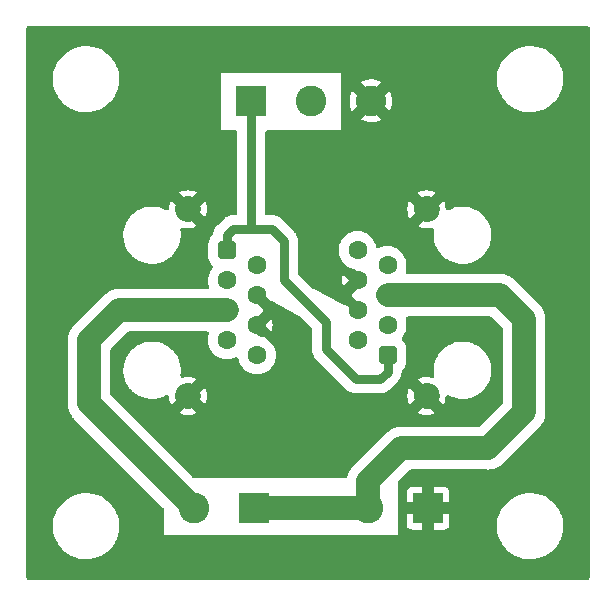
<source format=gbr>
%TF.GenerationSoftware,KiCad,Pcbnew,(6.0.5-0)*%
%TF.CreationDate,2024-08-31T21:20:09+10:00*%
%TF.ProjectId,AAInterceptor,4141496e-7465-4726-9365-70746f722e6b,rev?*%
%TF.SameCoordinates,Original*%
%TF.FileFunction,Copper,L1,Top*%
%TF.FilePolarity,Positive*%
%FSLAX46Y46*%
G04 Gerber Fmt 4.6, Leading zero omitted, Abs format (unit mm)*
G04 Created by KiCad (PCBNEW (6.0.5-0)) date 2024-08-31 21:20:09*
%MOMM*%
%LPD*%
G01*
G04 APERTURE LIST*
G04 Aperture macros list*
%AMRoundRect*
0 Rectangle with rounded corners*
0 $1 Rounding radius*
0 $2 $3 $4 $5 $6 $7 $8 $9 X,Y pos of 4 corners*
0 Add a 4 corners polygon primitive as box body*
4,1,4,$2,$3,$4,$5,$6,$7,$8,$9,$2,$3,0*
0 Add four circle primitives for the rounded corners*
1,1,$1+$1,$2,$3*
1,1,$1+$1,$4,$5*
1,1,$1+$1,$6,$7*
1,1,$1+$1,$8,$9*
0 Add four rect primitives between the rounded corners*
20,1,$1+$1,$2,$3,$4,$5,0*
20,1,$1+$1,$4,$5,$6,$7,0*
20,1,$1+$1,$6,$7,$8,$9,0*
20,1,$1+$1,$8,$9,$2,$3,0*%
G04 Aperture macros list end*
%TA.AperFunction,ComponentPad*%
%ADD10R,2.600000X2.600000*%
%TD*%
%TA.AperFunction,ComponentPad*%
%ADD11C,2.600000*%
%TD*%
%TA.AperFunction,ComponentPad*%
%ADD12RoundRect,0.400000X0.400000X-0.400000X0.400000X0.400000X-0.400000X0.400000X-0.400000X-0.400000X0*%
%TD*%
%TA.AperFunction,ComponentPad*%
%ADD13C,1.600000*%
%TD*%
%TA.AperFunction,ComponentPad*%
%ADD14C,2.200000*%
%TD*%
%TA.AperFunction,ComponentPad*%
%ADD15RoundRect,0.400000X-0.400000X0.400000X-0.400000X-0.400000X0.400000X-0.400000X0.400000X0.400000X0*%
%TD*%
%TA.AperFunction,Conductor*%
%ADD16C,0.760000*%
%TD*%
%TA.AperFunction,Conductor*%
%ADD17C,2.000000*%
%TD*%
G04 APERTURE END LIST*
D10*
%TO.P,J5,1,Pin_1*%
%TO.N,Net-(J2-Pad2)*%
X37592000Y-55372000D03*
D11*
%TO.P,J5,2,Pin_2*%
%TO.N,/14V2*%
X32512000Y-55372000D03*
%TD*%
D10*
%TO.P,J4,1,Pin_1*%
%TO.N,/B*%
X37333000Y-20879000D03*
D11*
%TO.P,J4,2,Pin_2*%
%TO.N,/A*%
X42413000Y-20879000D03*
%TO.P,J4,3,Pin_3*%
%TO.N,GND*%
X47493000Y-20879000D03*
%TD*%
D10*
%TO.P,J2,1,Pin_1*%
%TO.N,GND*%
X52324000Y-55372000D03*
D11*
%TO.P,J2,2,Pin_2*%
%TO.N,Net-(J2-Pad2)*%
X47244000Y-55372000D03*
%TD*%
D12*
%TO.P,J3,1*%
%TO.N,/B*%
X48895000Y-42418000D03*
D13*
%TO.P,J3,2*%
%TO.N,/A*%
X46355000Y-41148000D03*
%TO.P,J3,3*%
%TO.N,unconnected-(J3-Pad3)*%
X48895000Y-39878000D03*
%TO.P,J3,4*%
%TO.N,GND*%
X46355000Y-38608000D03*
%TO.P,J3,5*%
%TO.N,Net-(J2-Pad2)*%
X48895000Y-37338000D03*
%TO.P,J3,6*%
%TO.N,GND*%
X46355000Y-36068000D03*
%TO.P,J3,7*%
%TO.N,unconnected-(J3-Pad7)*%
X48895000Y-34798000D03*
%TO.P,J3,8*%
%TO.N,unconnected-(J3-Pad8)*%
X46355000Y-33528000D03*
D14*
%TO.P,J3,SH*%
%TO.N,GND*%
X52195000Y-45873000D03*
X52195000Y-30073000D03*
%TD*%
D15*
%TO.P,J1,1*%
%TO.N,/B*%
X35306000Y-33528000D03*
D13*
%TO.P,J1,2*%
%TO.N,/A*%
X37846000Y-34798000D03*
%TO.P,J1,3*%
%TO.N,unconnected-(J1-Pad3)*%
X35306000Y-36068000D03*
%TO.P,J1,4*%
%TO.N,GND*%
X37846000Y-37338000D03*
%TO.P,J1,5*%
%TO.N,/14V2*%
X35306000Y-38608000D03*
%TO.P,J1,6*%
%TO.N,GND*%
X37846000Y-39878000D03*
%TO.P,J1,7*%
%TO.N,unconnected-(J1-Pad7)*%
X35306000Y-41148000D03*
%TO.P,J1,8*%
%TO.N,unconnected-(J1-Pad8)*%
X37846000Y-42418000D03*
D14*
%TO.P,J1,SH*%
%TO.N,GND*%
X32006000Y-45873000D03*
X32006000Y-30073000D03*
%TD*%
D16*
%TO.N,/B*%
X48260000Y-44450000D02*
X46228000Y-44450000D01*
X48895000Y-43815000D02*
X48260000Y-44450000D01*
X35306000Y-32258000D02*
X35306000Y-33528000D01*
X40132000Y-36068000D02*
X40132000Y-32766000D01*
X37084000Y-31750000D02*
X35814000Y-31750000D01*
X43688000Y-39624000D02*
X40132000Y-36068000D01*
X37333000Y-31501000D02*
X37084000Y-31750000D01*
X48895000Y-42418000D02*
X48895000Y-43815000D01*
X35814000Y-31750000D02*
X35306000Y-32258000D01*
X43688000Y-41910000D02*
X43688000Y-39624000D01*
X37333000Y-20879000D02*
X37333000Y-31501000D01*
X39116000Y-31750000D02*
X37084000Y-31750000D01*
X46228000Y-44450000D02*
X43688000Y-41910000D01*
X40132000Y-32766000D02*
X39116000Y-31750000D01*
D17*
%TO.N,/14V2*%
X23622000Y-46482000D02*
X23622000Y-41148000D01*
X32512000Y-55372000D02*
X23622000Y-46482000D01*
X23622000Y-41148000D02*
X26162000Y-38608000D01*
X26162000Y-38608000D02*
X35306000Y-38608000D01*
%TO.N,Net-(J2-Pad2)*%
X60452000Y-39370000D02*
X58420000Y-37338000D01*
X58420000Y-37338000D02*
X48895000Y-37338000D01*
X57404000Y-50292000D02*
X60452000Y-47244000D01*
X47244000Y-55372000D02*
X47244000Y-53086000D01*
X47244000Y-55372000D02*
X37592000Y-55372000D01*
X47244000Y-53086000D02*
X50038000Y-50292000D01*
X60452000Y-47244000D02*
X60452000Y-39370000D01*
X50038000Y-50292000D02*
X57404000Y-50292000D01*
%TD*%
%TA.AperFunction,Conductor*%
%TO.N,GND*%
G36*
X65888843Y-14536207D02*
G01*
X65958084Y-14591426D01*
X65996511Y-14671218D01*
X66001500Y-14715500D01*
X66001500Y-61230500D01*
X65981793Y-61316843D01*
X65926574Y-61386084D01*
X65846782Y-61424511D01*
X65802500Y-61429500D01*
X18525500Y-61429500D01*
X18439157Y-61409793D01*
X18369916Y-61354574D01*
X18331489Y-61274782D01*
X18326500Y-61230500D01*
X18326500Y-56754065D01*
X20566166Y-56754065D01*
X20566212Y-56759883D01*
X20568283Y-57023561D01*
X20568741Y-57081927D01*
X20569465Y-57087697D01*
X20569465Y-57087700D01*
X20579648Y-57168873D01*
X20609550Y-57407248D01*
X20688036Y-57725587D01*
X20803127Y-58032595D01*
X20953251Y-58324079D01*
X20956496Y-58328899D01*
X20956499Y-58328904D01*
X21115624Y-58565260D01*
X21136357Y-58596056D01*
X21349945Y-58844813D01*
X21591096Y-59066952D01*
X21595804Y-59070366D01*
X21595811Y-59070372D01*
X21777912Y-59202433D01*
X21856518Y-59259439D01*
X21861583Y-59262276D01*
X21861590Y-59262280D01*
X22137509Y-59416802D01*
X22142584Y-59419644D01*
X22445389Y-59545379D01*
X22760794Y-59634927D01*
X22834716Y-59646833D01*
X23079139Y-59686203D01*
X23079148Y-59686204D01*
X23084494Y-59687065D01*
X23089906Y-59687339D01*
X23089914Y-59687340D01*
X23268229Y-59696373D01*
X23268239Y-59696373D01*
X23270741Y-59696500D01*
X23452173Y-59696500D01*
X23695311Y-59682268D01*
X23701027Y-59681255D01*
X24012431Y-59626066D01*
X24012432Y-59626066D01*
X24018152Y-59625052D01*
X24332112Y-59530560D01*
X24337451Y-59528244D01*
X24337454Y-59528243D01*
X24594363Y-59416802D01*
X24632904Y-59400084D01*
X24637932Y-59397164D01*
X24637937Y-59397161D01*
X24911383Y-59238331D01*
X24916419Y-59235406D01*
X25136623Y-59070372D01*
X25174121Y-59042269D01*
X25174124Y-59042267D01*
X25178784Y-59038774D01*
X25378672Y-58848757D01*
X25412197Y-58816887D01*
X25412200Y-58816884D01*
X25416417Y-58812875D01*
X25626071Y-58560793D01*
X25630355Y-58554209D01*
X25801710Y-58290849D01*
X25801714Y-58290842D01*
X25804882Y-58285973D01*
X25933085Y-58027144D01*
X25947829Y-57997378D01*
X25947833Y-57997369D01*
X25950409Y-57992168D01*
X25991874Y-57876041D01*
X26058706Y-57688875D01*
X26058708Y-57688867D01*
X26060664Y-57683390D01*
X26066503Y-57658000D01*
X26132837Y-57369525D01*
X26132837Y-57369523D01*
X26134140Y-57363858D01*
X26169834Y-57037935D01*
X26167259Y-56710073D01*
X26126450Y-56384752D01*
X26047964Y-56066413D01*
X25932873Y-55759405D01*
X25782749Y-55467921D01*
X25626662Y-55236076D01*
X25602889Y-55200765D01*
X25602886Y-55200762D01*
X25599643Y-55195944D01*
X25386055Y-54947187D01*
X25144904Y-54725048D01*
X25140196Y-54721634D01*
X25140189Y-54721628D01*
X24958088Y-54589567D01*
X24879482Y-54532561D01*
X24874417Y-54529724D01*
X24874410Y-54529720D01*
X24598491Y-54375198D01*
X24598489Y-54375197D01*
X24593416Y-54372356D01*
X24290611Y-54246621D01*
X23975206Y-54157073D01*
X23901284Y-54145167D01*
X23656861Y-54105797D01*
X23656852Y-54105796D01*
X23651506Y-54104935D01*
X23646094Y-54104661D01*
X23646086Y-54104660D01*
X23467771Y-54095627D01*
X23467761Y-54095627D01*
X23465259Y-54095500D01*
X23283827Y-54095500D01*
X23040689Y-54109732D01*
X23034973Y-54110745D01*
X22773568Y-54157073D01*
X22717848Y-54166948D01*
X22403888Y-54261440D01*
X22398549Y-54263756D01*
X22398546Y-54263757D01*
X22286458Y-54312378D01*
X22103096Y-54391916D01*
X22098068Y-54394836D01*
X22098063Y-54394839D01*
X21893476Y-54513673D01*
X21819581Y-54556594D01*
X21814918Y-54560089D01*
X21594814Y-54725048D01*
X21557216Y-54753226D01*
X21552996Y-54757238D01*
X21552992Y-54757241D01*
X21323803Y-54975113D01*
X21319583Y-54979125D01*
X21109929Y-55231207D01*
X21106761Y-55236076D01*
X20934290Y-55501151D01*
X20934286Y-55501158D01*
X20931118Y-55506027D01*
X20928536Y-55511240D01*
X20788171Y-55794622D01*
X20788167Y-55794631D01*
X20785591Y-55799832D01*
X20783636Y-55805308D01*
X20677294Y-56103125D01*
X20677292Y-56103133D01*
X20675336Y-56108610D01*
X20674032Y-56114280D01*
X20674031Y-56114284D01*
X20611837Y-56384752D01*
X20601860Y-56428142D01*
X20566166Y-56754065D01*
X18326500Y-56754065D01*
X18326500Y-46513511D01*
X21816726Y-46513511D01*
X21827374Y-46629398D01*
X21827654Y-46632758D01*
X21836283Y-46748877D01*
X21837911Y-46756074D01*
X21839003Y-46763378D01*
X21838768Y-46763413D01*
X21839084Y-46765404D01*
X21839318Y-46765365D01*
X21840537Y-46772651D01*
X21841213Y-46780001D01*
X21842968Y-46787171D01*
X21842968Y-46787174D01*
X21868862Y-46892994D01*
X21869653Y-46896351D01*
X21895345Y-47009891D01*
X21898020Y-47016770D01*
X21900179Y-47023832D01*
X21899951Y-47023902D01*
X21900557Y-47025825D01*
X21900784Y-47025751D01*
X21903067Y-47032777D01*
X21904821Y-47039945D01*
X21907615Y-47046774D01*
X21948871Y-47147619D01*
X21950157Y-47150843D01*
X21989661Y-47252427D01*
X21989665Y-47252435D01*
X21992338Y-47259309D01*
X21996000Y-47265716D01*
X21999178Y-47272379D01*
X21998962Y-47272482D01*
X21999847Y-47274297D01*
X22000062Y-47274190D01*
X22003353Y-47280791D01*
X22006152Y-47287632D01*
X22009931Y-47293983D01*
X22009932Y-47293986D01*
X22065641Y-47387623D01*
X22067392Y-47390625D01*
X22125132Y-47491650D01*
X22129702Y-47497448D01*
X22133832Y-47503571D01*
X22133636Y-47503703D01*
X22134779Y-47505367D01*
X22134973Y-47505231D01*
X22139207Y-47511278D01*
X22142981Y-47517621D01*
X22147648Y-47523333D01*
X22147650Y-47523336D01*
X22216624Y-47607755D01*
X22218787Y-47610451D01*
X22290810Y-47701811D01*
X22368039Y-47774461D01*
X22372401Y-47778693D01*
X29913714Y-55320006D01*
X29960833Y-55394994D01*
X29972000Y-55460720D01*
X29972000Y-57658000D01*
X49784000Y-57658000D01*
X49784000Y-56714696D01*
X50516001Y-56714696D01*
X50516584Y-56725453D01*
X50521400Y-56769799D01*
X50527128Y-56793890D01*
X50568853Y-56905191D01*
X50582328Y-56929804D01*
X50652595Y-57023561D01*
X50672439Y-57043405D01*
X50766196Y-57113672D01*
X50790809Y-57127147D01*
X50902113Y-57168873D01*
X50926196Y-57174599D01*
X50970551Y-57179418D01*
X50981301Y-57180000D01*
X51801577Y-57180000D01*
X51820547Y-57175670D01*
X51824000Y-57168500D01*
X51824000Y-57157576D01*
X52824000Y-57157576D01*
X52828330Y-57176546D01*
X52835500Y-57179999D01*
X53666696Y-57179999D01*
X53677453Y-57179416D01*
X53721799Y-57174600D01*
X53745890Y-57168872D01*
X53857191Y-57127147D01*
X53881804Y-57113672D01*
X53975561Y-57043405D01*
X53995405Y-57023561D01*
X54065672Y-56929804D01*
X54079147Y-56905191D01*
X54120873Y-56793887D01*
X54126599Y-56769804D01*
X54128309Y-56754065D01*
X58158166Y-56754065D01*
X58158212Y-56759883D01*
X58160283Y-57023561D01*
X58160741Y-57081927D01*
X58161465Y-57087697D01*
X58161465Y-57087700D01*
X58171648Y-57168873D01*
X58201550Y-57407248D01*
X58280036Y-57725587D01*
X58395127Y-58032595D01*
X58545251Y-58324079D01*
X58548496Y-58328899D01*
X58548499Y-58328904D01*
X58707624Y-58565260D01*
X58728357Y-58596056D01*
X58941945Y-58844813D01*
X59183096Y-59066952D01*
X59187804Y-59070366D01*
X59187811Y-59070372D01*
X59369912Y-59202433D01*
X59448518Y-59259439D01*
X59453583Y-59262276D01*
X59453590Y-59262280D01*
X59729509Y-59416802D01*
X59734584Y-59419644D01*
X60037389Y-59545379D01*
X60352794Y-59634927D01*
X60426716Y-59646833D01*
X60671139Y-59686203D01*
X60671148Y-59686204D01*
X60676494Y-59687065D01*
X60681906Y-59687339D01*
X60681914Y-59687340D01*
X60860229Y-59696373D01*
X60860239Y-59696373D01*
X60862741Y-59696500D01*
X61044173Y-59696500D01*
X61287311Y-59682268D01*
X61293027Y-59681255D01*
X61604431Y-59626066D01*
X61604432Y-59626066D01*
X61610152Y-59625052D01*
X61924112Y-59530560D01*
X61929451Y-59528244D01*
X61929454Y-59528243D01*
X62186363Y-59416802D01*
X62224904Y-59400084D01*
X62229932Y-59397164D01*
X62229937Y-59397161D01*
X62503383Y-59238331D01*
X62508419Y-59235406D01*
X62728623Y-59070372D01*
X62766121Y-59042269D01*
X62766124Y-59042267D01*
X62770784Y-59038774D01*
X62970672Y-58848757D01*
X63004197Y-58816887D01*
X63004200Y-58816884D01*
X63008417Y-58812875D01*
X63218071Y-58560793D01*
X63222355Y-58554209D01*
X63393710Y-58290849D01*
X63393714Y-58290842D01*
X63396882Y-58285973D01*
X63525085Y-58027144D01*
X63539829Y-57997378D01*
X63539833Y-57997369D01*
X63542409Y-57992168D01*
X63583874Y-57876041D01*
X63650706Y-57688875D01*
X63650708Y-57688867D01*
X63652664Y-57683390D01*
X63658503Y-57658000D01*
X63724837Y-57369525D01*
X63724837Y-57369523D01*
X63726140Y-57363858D01*
X63761834Y-57037935D01*
X63759259Y-56710073D01*
X63718450Y-56384752D01*
X63639964Y-56066413D01*
X63524873Y-55759405D01*
X63374749Y-55467921D01*
X63218662Y-55236076D01*
X63194889Y-55200765D01*
X63194886Y-55200762D01*
X63191643Y-55195944D01*
X62978055Y-54947187D01*
X62736904Y-54725048D01*
X62732196Y-54721634D01*
X62732189Y-54721628D01*
X62550088Y-54589567D01*
X62471482Y-54532561D01*
X62466417Y-54529724D01*
X62466410Y-54529720D01*
X62190491Y-54375198D01*
X62190489Y-54375197D01*
X62185416Y-54372356D01*
X61882611Y-54246621D01*
X61567206Y-54157073D01*
X61493284Y-54145167D01*
X61248861Y-54105797D01*
X61248852Y-54105796D01*
X61243506Y-54104935D01*
X61238094Y-54104661D01*
X61238086Y-54104660D01*
X61059771Y-54095627D01*
X61059761Y-54095627D01*
X61057259Y-54095500D01*
X60875827Y-54095500D01*
X60632689Y-54109732D01*
X60626973Y-54110745D01*
X60365568Y-54157073D01*
X60309848Y-54166948D01*
X59995888Y-54261440D01*
X59990549Y-54263756D01*
X59990546Y-54263757D01*
X59878458Y-54312378D01*
X59695096Y-54391916D01*
X59690068Y-54394836D01*
X59690063Y-54394839D01*
X59485476Y-54513673D01*
X59411581Y-54556594D01*
X59406918Y-54560089D01*
X59186814Y-54725048D01*
X59149216Y-54753226D01*
X59144996Y-54757238D01*
X59144992Y-54757241D01*
X58915803Y-54975113D01*
X58911583Y-54979125D01*
X58701929Y-55231207D01*
X58698761Y-55236076D01*
X58526290Y-55501151D01*
X58526286Y-55501158D01*
X58523118Y-55506027D01*
X58520536Y-55511240D01*
X58380171Y-55794622D01*
X58380167Y-55794631D01*
X58377591Y-55799832D01*
X58375636Y-55805308D01*
X58269294Y-56103125D01*
X58269292Y-56103133D01*
X58267336Y-56108610D01*
X58266032Y-56114280D01*
X58266031Y-56114284D01*
X58203837Y-56384752D01*
X58193860Y-56428142D01*
X58158166Y-56754065D01*
X54128309Y-56754065D01*
X54131418Y-56725449D01*
X54132000Y-56714699D01*
X54132000Y-55894423D01*
X54127670Y-55875453D01*
X54120500Y-55872000D01*
X52846423Y-55872000D01*
X52827453Y-55876330D01*
X52824000Y-55883500D01*
X52824000Y-57157576D01*
X51824000Y-57157576D01*
X51824000Y-55894423D01*
X51819670Y-55875453D01*
X51812500Y-55872000D01*
X50538424Y-55872000D01*
X50519454Y-55876330D01*
X50516001Y-55883500D01*
X50516001Y-56714696D01*
X49784000Y-56714696D01*
X49784000Y-54849577D01*
X50516000Y-54849577D01*
X50520330Y-54868547D01*
X50527500Y-54872000D01*
X51801577Y-54872000D01*
X51820547Y-54867670D01*
X51824000Y-54860500D01*
X51824000Y-54849577D01*
X52824000Y-54849577D01*
X52828330Y-54868547D01*
X52835500Y-54872000D01*
X54109576Y-54872000D01*
X54128546Y-54867670D01*
X54131999Y-54860500D01*
X54131999Y-54029304D01*
X54131416Y-54018547D01*
X54126600Y-53974201D01*
X54120872Y-53950110D01*
X54079147Y-53838809D01*
X54065672Y-53814196D01*
X53995405Y-53720439D01*
X53975561Y-53700595D01*
X53881804Y-53630328D01*
X53857191Y-53616853D01*
X53745887Y-53575127D01*
X53721804Y-53569401D01*
X53677449Y-53564582D01*
X53666699Y-53564000D01*
X52846423Y-53564000D01*
X52827453Y-53568330D01*
X52824000Y-53575500D01*
X52824000Y-54849577D01*
X51824000Y-54849577D01*
X51824000Y-53586424D01*
X51819670Y-53567454D01*
X51812500Y-53564001D01*
X50981304Y-53564001D01*
X50970547Y-53564584D01*
X50926201Y-53569400D01*
X50902110Y-53575128D01*
X50790809Y-53616853D01*
X50766196Y-53630328D01*
X50672439Y-53700595D01*
X50652595Y-53720439D01*
X50582328Y-53814196D01*
X50568853Y-53838809D01*
X50527127Y-53950113D01*
X50521401Y-53974196D01*
X50516582Y-54018551D01*
X50516000Y-54029301D01*
X50516000Y-54849577D01*
X49784000Y-54849577D01*
X49784000Y-53174720D01*
X49803707Y-53088377D01*
X49842286Y-53034006D01*
X50725506Y-52150786D01*
X50800494Y-52103667D01*
X50866220Y-52092500D01*
X57345793Y-52092500D01*
X57357076Y-52092820D01*
X57435511Y-52097274D01*
X57442868Y-52096598D01*
X57442869Y-52096598D01*
X57456604Y-52095336D01*
X57551398Y-52086626D01*
X57554758Y-52086346D01*
X57626637Y-52081005D01*
X57663519Y-52078264D01*
X57663522Y-52078264D01*
X57670877Y-52077717D01*
X57678074Y-52076089D01*
X57685378Y-52074997D01*
X57685413Y-52075232D01*
X57687404Y-52074916D01*
X57687365Y-52074682D01*
X57694651Y-52073463D01*
X57702001Y-52072787D01*
X57709171Y-52071032D01*
X57709174Y-52071032D01*
X57760890Y-52058377D01*
X57815016Y-52045133D01*
X57818351Y-52044347D01*
X57931891Y-52018655D01*
X57938770Y-52015980D01*
X57945832Y-52013821D01*
X57945902Y-52014049D01*
X57947825Y-52013443D01*
X57947751Y-52013216D01*
X57954777Y-52010933D01*
X57961945Y-52009179D01*
X58069619Y-51965129D01*
X58072843Y-51963843D01*
X58174427Y-51924339D01*
X58174435Y-51924335D01*
X58181309Y-51921662D01*
X58187716Y-51918000D01*
X58194379Y-51914822D01*
X58194482Y-51915038D01*
X58196297Y-51914153D01*
X58196190Y-51913938D01*
X58202791Y-51910647D01*
X58209632Y-51907848D01*
X58309623Y-51848359D01*
X58312625Y-51846608D01*
X58347205Y-51826844D01*
X58413650Y-51788868D01*
X58419448Y-51784298D01*
X58425571Y-51780168D01*
X58425703Y-51780364D01*
X58427367Y-51779221D01*
X58427231Y-51779027D01*
X58433278Y-51774793D01*
X58439621Y-51771019D01*
X58529768Y-51697365D01*
X58532464Y-51695202D01*
X58623811Y-51623190D01*
X58696463Y-51545959D01*
X58700694Y-51541598D01*
X61683985Y-48558306D01*
X61692189Y-48550555D01*
X61739007Y-48508768D01*
X61750803Y-48498240D01*
X61765696Y-48480333D01*
X61825204Y-48408783D01*
X61827448Y-48406133D01*
X61898579Y-48323581D01*
X61898582Y-48323577D01*
X61903403Y-48317982D01*
X61907344Y-48311737D01*
X61911735Y-48305802D01*
X61911928Y-48305945D01*
X61913113Y-48304314D01*
X61912917Y-48304174D01*
X61917201Y-48298168D01*
X61921925Y-48292488D01*
X61982299Y-48192995D01*
X61984081Y-48190114D01*
X62046205Y-48091654D01*
X62049181Y-48084891D01*
X62052646Y-48078373D01*
X62052857Y-48078485D01*
X62053786Y-48076701D01*
X62053573Y-48076593D01*
X62056925Y-48070014D01*
X62060756Y-48063702D01*
X62105750Y-47956405D01*
X62107118Y-47953220D01*
X62151014Y-47853460D01*
X62151015Y-47853457D01*
X62153986Y-47846705D01*
X62155927Y-47839586D01*
X62158394Y-47832618D01*
X62158619Y-47832698D01*
X62159272Y-47830802D01*
X62159045Y-47830726D01*
X62161391Y-47823716D01*
X62164245Y-47816909D01*
X62173951Y-47778693D01*
X62192880Y-47704158D01*
X62193764Y-47700799D01*
X62218766Y-47609093D01*
X62224376Y-47588515D01*
X62225244Y-47581183D01*
X62226652Y-47573939D01*
X62226888Y-47573985D01*
X62227256Y-47572001D01*
X62227020Y-47571959D01*
X62228304Y-47564678D01*
X62230119Y-47557530D01*
X62241778Y-47441739D01*
X62242155Y-47438297D01*
X62254962Y-47330090D01*
X62255830Y-47322757D01*
X62252593Y-47216803D01*
X62252500Y-47210726D01*
X62252500Y-39428207D01*
X62252820Y-39416925D01*
X62254793Y-39382186D01*
X62257274Y-39338489D01*
X62246626Y-39222602D01*
X62246343Y-39219201D01*
X62244678Y-39196786D01*
X62240346Y-39138500D01*
X62238264Y-39110481D01*
X62238264Y-39110478D01*
X62237717Y-39103123D01*
X62236089Y-39095926D01*
X62234997Y-39088622D01*
X62235232Y-39088587D01*
X62234916Y-39086596D01*
X62234682Y-39086635D01*
X62233463Y-39079349D01*
X62232787Y-39071999D01*
X62205133Y-38958984D01*
X62204342Y-38955627D01*
X62178655Y-38842109D01*
X62175980Y-38835230D01*
X62173821Y-38828168D01*
X62174049Y-38828098D01*
X62173443Y-38826175D01*
X62173216Y-38826249D01*
X62170933Y-38819223D01*
X62169179Y-38812055D01*
X62143266Y-38748714D01*
X62125129Y-38704381D01*
X62123843Y-38701157D01*
X62084339Y-38599573D01*
X62084335Y-38599565D01*
X62081662Y-38592691D01*
X62078000Y-38586284D01*
X62074822Y-38579621D01*
X62075038Y-38579518D01*
X62074153Y-38577703D01*
X62073938Y-38577810D01*
X62070647Y-38571209D01*
X62067848Y-38564368D01*
X62054704Y-38542274D01*
X62008359Y-38464377D01*
X62006608Y-38461375D01*
X61992762Y-38437149D01*
X61948868Y-38360350D01*
X61944298Y-38354552D01*
X61940168Y-38348429D01*
X61940364Y-38348297D01*
X61939221Y-38346633D01*
X61939027Y-38346769D01*
X61934793Y-38340722D01*
X61931019Y-38334379D01*
X61857365Y-38244232D01*
X61855202Y-38241536D01*
X61783190Y-38150189D01*
X61705959Y-38077537D01*
X61701598Y-38073306D01*
X59734306Y-36106015D01*
X59726555Y-36097811D01*
X59679156Y-36044705D01*
X59674240Y-36039197D01*
X59629845Y-36002274D01*
X59584783Y-35964796D01*
X59582133Y-35962552D01*
X59499581Y-35891421D01*
X59499577Y-35891418D01*
X59493982Y-35886597D01*
X59487737Y-35882656D01*
X59481802Y-35878265D01*
X59481945Y-35878072D01*
X59480314Y-35876887D01*
X59480174Y-35877083D01*
X59474168Y-35872799D01*
X59468488Y-35868075D01*
X59436480Y-35848652D01*
X59368995Y-35807701D01*
X59366114Y-35805919D01*
X59267654Y-35743795D01*
X59260891Y-35740819D01*
X59254373Y-35737354D01*
X59254485Y-35737143D01*
X59252701Y-35736214D01*
X59252593Y-35736427D01*
X59246014Y-35733075D01*
X59239702Y-35729244D01*
X59132405Y-35684250D01*
X59129220Y-35682882D01*
X59029460Y-35638986D01*
X59029457Y-35638985D01*
X59022705Y-35636014D01*
X59015586Y-35634073D01*
X59008618Y-35631606D01*
X59008698Y-35631381D01*
X59006802Y-35630728D01*
X59006726Y-35630955D01*
X58999716Y-35628609D01*
X58992909Y-35625755D01*
X58985751Y-35623937D01*
X58880158Y-35597120D01*
X58876799Y-35596236D01*
X58807864Y-35577442D01*
X58764515Y-35565624D01*
X58757183Y-35564756D01*
X58749939Y-35563348D01*
X58749985Y-35563112D01*
X58748001Y-35562744D01*
X58747959Y-35562980D01*
X58740678Y-35561696D01*
X58733530Y-35559881D01*
X58617739Y-35548222D01*
X58614308Y-35547846D01*
X58498757Y-35534170D01*
X58393496Y-35537386D01*
X58392803Y-35537407D01*
X58386726Y-35537500D01*
X50615871Y-35537500D01*
X50529528Y-35517793D01*
X50460287Y-35462574D01*
X50421860Y-35382782D01*
X50422369Y-35292045D01*
X50478858Y-35056750D01*
X50478858Y-35056749D01*
X50480683Y-35049148D01*
X50500449Y-34798000D01*
X50480683Y-34546852D01*
X50471760Y-34509685D01*
X50423699Y-34309493D01*
X50423697Y-34309488D01*
X50421873Y-34301889D01*
X50418882Y-34294668D01*
X50418880Y-34294662D01*
X50373669Y-34185515D01*
X50325466Y-34069141D01*
X50193836Y-33854341D01*
X50030224Y-33662776D01*
X49986745Y-33625641D01*
X49844605Y-33504242D01*
X49844602Y-33504240D01*
X49838659Y-33499164D01*
X49623859Y-33367534D01*
X49507485Y-33319330D01*
X49398338Y-33274120D01*
X49398332Y-33274118D01*
X49391111Y-33271127D01*
X49383512Y-33269303D01*
X49383507Y-33269301D01*
X49153750Y-33214142D01*
X49153749Y-33214142D01*
X49146148Y-33212317D01*
X48895000Y-33192551D01*
X48643852Y-33212317D01*
X48636251Y-33214142D01*
X48636250Y-33214142D01*
X48406493Y-33269301D01*
X48406488Y-33269303D01*
X48398889Y-33271127D01*
X48391664Y-33274120D01*
X48391663Y-33274120D01*
X48366256Y-33284644D01*
X48196140Y-33355108D01*
X48108829Y-33369943D01*
X48023727Y-33345425D01*
X47957690Y-33286412D01*
X47926485Y-33217712D01*
X47888577Y-33059815D01*
X47881873Y-33031889D01*
X47878882Y-33024668D01*
X47878880Y-33024662D01*
X47790975Y-32812442D01*
X47785466Y-32799141D01*
X47653836Y-32584341D01*
X47624463Y-32549949D01*
X47495299Y-32398718D01*
X47490224Y-32392776D01*
X47484282Y-32387701D01*
X47304605Y-32234242D01*
X47304602Y-32234240D01*
X47298659Y-32229164D01*
X47083859Y-32097534D01*
X46954911Y-32044122D01*
X46858338Y-32004120D01*
X46858332Y-32004118D01*
X46851111Y-32001127D01*
X46843512Y-31999303D01*
X46843507Y-31999301D01*
X46613750Y-31944142D01*
X46613749Y-31944142D01*
X46606148Y-31942317D01*
X46355000Y-31922551D01*
X46103852Y-31942317D01*
X46096251Y-31944142D01*
X46096250Y-31944142D01*
X45866493Y-31999301D01*
X45866488Y-31999303D01*
X45858889Y-32001127D01*
X45851668Y-32004118D01*
X45851662Y-32004120D01*
X45755089Y-32044122D01*
X45626141Y-32097534D01*
X45411341Y-32229164D01*
X45405398Y-32234240D01*
X45405395Y-32234242D01*
X45225718Y-32387701D01*
X45219776Y-32392776D01*
X45214701Y-32398718D01*
X45085538Y-32549949D01*
X45056164Y-32584341D01*
X44924534Y-32799141D01*
X44919025Y-32812442D01*
X44831120Y-33024662D01*
X44831118Y-33024668D01*
X44828127Y-33031889D01*
X44826303Y-33039488D01*
X44826301Y-33039493D01*
X44784810Y-33212317D01*
X44769317Y-33276852D01*
X44749551Y-33528000D01*
X44769317Y-33779148D01*
X44771142Y-33786749D01*
X44771142Y-33786750D01*
X44825276Y-34012234D01*
X44828127Y-34024111D01*
X44831118Y-34031332D01*
X44831120Y-34031338D01*
X44876330Y-34140485D01*
X44924534Y-34256859D01*
X45056164Y-34471659D01*
X45219776Y-34663224D01*
X45225718Y-34668299D01*
X45368459Y-34790211D01*
X45411341Y-34826836D01*
X45626141Y-34958466D01*
X45742515Y-35006670D01*
X45851662Y-35051880D01*
X45851668Y-35051882D01*
X45858889Y-35054873D01*
X45866488Y-35056697D01*
X45866493Y-35056699D01*
X45972195Y-35082075D01*
X46054462Y-35101826D01*
X46133818Y-35141144D01*
X46148720Y-35154613D01*
X46921393Y-35927286D01*
X46968512Y-36002274D01*
X46978428Y-36090281D01*
X46949177Y-36173874D01*
X46921393Y-36208714D01*
X46355000Y-36775107D01*
X45868837Y-37261269D01*
X45857813Y-37278814D01*
X45857259Y-37283730D01*
X45865598Y-37357736D01*
X45858171Y-37382924D01*
X45857986Y-37397800D01*
X45863298Y-37409192D01*
X46921393Y-38467286D01*
X46968512Y-38542274D01*
X46978428Y-38630281D01*
X46949177Y-38713874D01*
X46921393Y-38748714D01*
X46803606Y-38866501D01*
X46728618Y-38913620D01*
X46640611Y-38923536D01*
X46569496Y-38901509D01*
X46471276Y-38849305D01*
X46316652Y-38767123D01*
X45255131Y-38202927D01*
X45207813Y-38167919D01*
X45161731Y-38121837D01*
X45144186Y-38110813D01*
X45102697Y-38106138D01*
X45031581Y-38084111D01*
X42691799Y-36840523D01*
X42672000Y-36830000D01*
X42672441Y-36835287D01*
X42655952Y-36830828D01*
X42599435Y-36828581D01*
X42521232Y-36787015D01*
X42510676Y-36777197D01*
X41810132Y-36076653D01*
X45042761Y-36076653D01*
X45061194Y-36287348D01*
X45064199Y-36304390D01*
X45118938Y-36508679D01*
X45124859Y-36524945D01*
X45136400Y-36549696D01*
X45147373Y-36563814D01*
X45156192Y-36559702D01*
X45632039Y-36083855D01*
X45642391Y-36067380D01*
X45639763Y-36059869D01*
X45161731Y-35581837D01*
X45146591Y-35572323D01*
X45139711Y-35579203D01*
X45124859Y-35611055D01*
X45118938Y-35627321D01*
X45064199Y-35831610D01*
X45061194Y-35848652D01*
X45042761Y-36059347D01*
X45042761Y-36076653D01*
X41810132Y-36076653D01*
X41370786Y-35637307D01*
X41323667Y-35562319D01*
X41312500Y-35496593D01*
X41312500Y-32812442D01*
X41312926Y-32799427D01*
X41316554Y-32744070D01*
X41317151Y-32734966D01*
X41306519Y-32645132D01*
X41305977Y-32639973D01*
X41298539Y-32559029D01*
X41297705Y-32549949D01*
X41295230Y-32541173D01*
X41294069Y-32534907D01*
X41292723Y-32528576D01*
X41291650Y-32519509D01*
X41288943Y-32510790D01*
X41264836Y-32433153D01*
X41263356Y-32428158D01*
X41241287Y-32349906D01*
X41241287Y-32349905D01*
X41238813Y-32341134D01*
X41234780Y-32332955D01*
X41232478Y-32326959D01*
X41230016Y-32321016D01*
X41227312Y-32312307D01*
X41185208Y-32232281D01*
X41182845Y-32227643D01*
X41146893Y-32154738D01*
X41146892Y-32154736D01*
X41142854Y-32146548D01*
X41137391Y-32139232D01*
X41134042Y-32133767D01*
X41130543Y-32128379D01*
X41126292Y-32120299D01*
X41120643Y-32113134D01*
X41120639Y-32113127D01*
X41070307Y-32049281D01*
X41067157Y-32045177D01*
X41013041Y-31972708D01*
X40951712Y-31916016D01*
X40946079Y-31910600D01*
X40545582Y-31510103D01*
X51470631Y-31510103D01*
X51476334Y-31515806D01*
X51689337Y-31604035D01*
X51704168Y-31608854D01*
X51935076Y-31664289D01*
X51950467Y-31666727D01*
X52187211Y-31685359D01*
X52202789Y-31685359D01*
X52439533Y-31666727D01*
X52454924Y-31664289D01*
X52605928Y-31628037D01*
X52694486Y-31627044D01*
X52774704Y-31664573D01*
X52830696Y-31733190D01*
X52851370Y-31819307D01*
X52849062Y-31848468D01*
X52849254Y-31848488D01*
X52816638Y-32156221D01*
X52823389Y-32465605D01*
X52831493Y-32519509D01*
X52866196Y-32750330D01*
X52869397Y-32771624D01*
X52953916Y-33069316D01*
X53075576Y-33353855D01*
X53078787Y-33359317D01*
X53078791Y-33359325D01*
X53158648Y-33495166D01*
X53232404Y-33620630D01*
X53421860Y-33865315D01*
X53426350Y-33869797D01*
X53564354Y-34007560D01*
X53640870Y-34083943D01*
X53885885Y-34272971D01*
X53891341Y-34276166D01*
X53891349Y-34276171D01*
X54147464Y-34426132D01*
X54152933Y-34429334D01*
X54158759Y-34431813D01*
X54158763Y-34431815D01*
X54252403Y-34471659D01*
X54437684Y-34550497D01*
X54735523Y-34634496D01*
X54741790Y-34635427D01*
X55036429Y-34679199D01*
X55036438Y-34679200D01*
X55041622Y-34679970D01*
X55125846Y-34683500D01*
X55323285Y-34683500D01*
X55326444Y-34683298D01*
X55326459Y-34683298D01*
X55547504Y-34669197D01*
X55547511Y-34669196D01*
X55553830Y-34668793D01*
X55560044Y-34667591D01*
X55560050Y-34667590D01*
X55760958Y-34628719D01*
X55857653Y-34610011D01*
X55863668Y-34608028D01*
X55863674Y-34608026D01*
X56113826Y-34525538D01*
X56151545Y-34513100D01*
X56430740Y-34379632D01*
X56436068Y-34376192D01*
X56685386Y-34215209D01*
X56685390Y-34215206D01*
X56690713Y-34211769D01*
X56867699Y-34062469D01*
X56922403Y-34016323D01*
X56922405Y-34016321D01*
X56927250Y-34012234D01*
X57136515Y-33784260D01*
X57315117Y-33531545D01*
X57399970Y-33371623D01*
X57457185Y-33263791D01*
X57457188Y-33263784D01*
X57460160Y-33258183D01*
X57537602Y-33052698D01*
X57567061Y-32974532D01*
X57567064Y-32974524D01*
X57569293Y-32968608D01*
X57609509Y-32799141D01*
X57639284Y-32673674D01*
X57639285Y-32673669D01*
X57640746Y-32667512D01*
X57643389Y-32642583D01*
X57672695Y-32366071D01*
X57673362Y-32359779D01*
X57672651Y-32327172D01*
X57667835Y-32106479D01*
X57666611Y-32050395D01*
X57642969Y-31893143D01*
X57621546Y-31750645D01*
X57621544Y-31750637D01*
X57620603Y-31744376D01*
X57536084Y-31446684D01*
X57414424Y-31162145D01*
X57411213Y-31156683D01*
X57411209Y-31156675D01*
X57260805Y-30900829D01*
X57257596Y-30895370D01*
X57177300Y-30791666D01*
X57072024Y-30655701D01*
X57072022Y-30655699D01*
X57068140Y-30650685D01*
X56943321Y-30526084D01*
X56853621Y-30436540D01*
X56853620Y-30436539D01*
X56849130Y-30432057D01*
X56604115Y-30243029D01*
X56598659Y-30239834D01*
X56598651Y-30239829D01*
X56342536Y-30089868D01*
X56342533Y-30089867D01*
X56337067Y-30086666D01*
X56331241Y-30084187D01*
X56331237Y-30084185D01*
X56135535Y-30000913D01*
X56052316Y-29965503D01*
X55754477Y-29881504D01*
X55733844Y-29878439D01*
X55453571Y-29836801D01*
X55453562Y-29836800D01*
X55448378Y-29836030D01*
X55364154Y-29832500D01*
X55166715Y-29832500D01*
X55163556Y-29832702D01*
X55163541Y-29832702D01*
X54942496Y-29846803D01*
X54942489Y-29846804D01*
X54936170Y-29847207D01*
X54929956Y-29848409D01*
X54929950Y-29848410D01*
X54763713Y-29880573D01*
X54632347Y-29905989D01*
X54626332Y-29907972D01*
X54626326Y-29907974D01*
X54460711Y-29962586D01*
X54338455Y-30002900D01*
X54332735Y-30005634D01*
X54332731Y-30005636D01*
X54083366Y-30124844D01*
X53996967Y-30144303D01*
X53910681Y-30124348D01*
X53841598Y-30068932D01*
X53803401Y-29989029D01*
X53799151Y-29960917D01*
X53788727Y-29828467D01*
X53786289Y-29813076D01*
X53730854Y-29582168D01*
X53726035Y-29567337D01*
X53641397Y-29363004D01*
X53631051Y-29348422D01*
X53623597Y-29351509D01*
X52902107Y-30073000D01*
X52195000Y-30780107D01*
X51480145Y-31494961D01*
X51470631Y-31510103D01*
X40545582Y-31510103D01*
X39983585Y-30948106D01*
X39974683Y-30938602D01*
X39938101Y-30896888D01*
X39938100Y-30896888D01*
X39932084Y-30890027D01*
X39861024Y-30834008D01*
X39857032Y-30830775D01*
X39817118Y-30797578D01*
X39787507Y-30772951D01*
X39779544Y-30768492D01*
X39774238Y-30764845D01*
X39768863Y-30761355D01*
X39761701Y-30755708D01*
X39753630Y-30751462D01*
X39753626Y-30751459D01*
X39681691Y-30713613D01*
X39677112Y-30711127D01*
X39606168Y-30671396D01*
X39606166Y-30671395D01*
X39598209Y-30666939D01*
X39589563Y-30664004D01*
X39583677Y-30661384D01*
X39577767Y-30658936D01*
X39569693Y-30654688D01*
X39483353Y-30627879D01*
X39478400Y-30626270D01*
X39401400Y-30600132D01*
X39401401Y-30600132D01*
X39392763Y-30597200D01*
X39383733Y-30595890D01*
X39377487Y-30594391D01*
X39371207Y-30593056D01*
X39362491Y-30590350D01*
X39294415Y-30582293D01*
X39272686Y-30579721D01*
X39267521Y-30579041D01*
X39187070Y-30567376D01*
X39187069Y-30567376D01*
X39178048Y-30566068D01*
X39101541Y-30569074D01*
X39094593Y-30569347D01*
X39086780Y-30569500D01*
X38712500Y-30569500D01*
X38626157Y-30549793D01*
X38556916Y-30494574D01*
X38518489Y-30414782D01*
X38513500Y-30370500D01*
X38513500Y-30080789D01*
X50582641Y-30080789D01*
X50601273Y-30317533D01*
X50603711Y-30332924D01*
X50659146Y-30563832D01*
X50663965Y-30578663D01*
X50748603Y-30782996D01*
X50758949Y-30797578D01*
X50766403Y-30794491D01*
X51472037Y-30088856D01*
X51482390Y-30072379D01*
X51479762Y-30064869D01*
X50773038Y-29358144D01*
X50757898Y-29348630D01*
X50752194Y-29354334D01*
X50663965Y-29567337D01*
X50659146Y-29582168D01*
X50603711Y-29813076D01*
X50601273Y-29828467D01*
X50582641Y-30065211D01*
X50582641Y-30080789D01*
X38513500Y-30080789D01*
X38513500Y-28636949D01*
X51470422Y-28636949D01*
X51473509Y-28644403D01*
X52179144Y-29350037D01*
X52195621Y-29360390D01*
X52203131Y-29357762D01*
X52909856Y-28651038D01*
X52919370Y-28635898D01*
X52913666Y-28630194D01*
X52700663Y-28541965D01*
X52685832Y-28537146D01*
X52454924Y-28481711D01*
X52439533Y-28479273D01*
X52202789Y-28460641D01*
X52187211Y-28460641D01*
X51950467Y-28479273D01*
X51935076Y-28481711D01*
X51704168Y-28537146D01*
X51689337Y-28541965D01*
X51485004Y-28626603D01*
X51470422Y-28636949D01*
X38513500Y-28636949D01*
X38513500Y-23567000D01*
X38533207Y-23480657D01*
X38588426Y-23411416D01*
X38668218Y-23372989D01*
X38712500Y-23368000D01*
X44958000Y-23368000D01*
X44958000Y-22460782D01*
X46623951Y-22460782D01*
X46632500Y-22469331D01*
X46763502Y-22538254D01*
X46777016Y-22544130D01*
X47016774Y-22627857D01*
X47030994Y-22631668D01*
X47280502Y-22679038D01*
X47295131Y-22680705D01*
X47548896Y-22690676D01*
X47563620Y-22690162D01*
X47816060Y-22662514D01*
X47830552Y-22659829D01*
X48076146Y-22595169D01*
X48090051Y-22590381D01*
X48323405Y-22490125D01*
X48336457Y-22483330D01*
X48350605Y-22474575D01*
X48363212Y-22462139D01*
X48353570Y-22446677D01*
X47508855Y-21601962D01*
X47492380Y-21591610D01*
X47484869Y-21594238D01*
X46633465Y-22445642D01*
X46623951Y-22460782D01*
X44958000Y-22460782D01*
X44958000Y-20838914D01*
X45680905Y-20838914D01*
X45693090Y-21092590D01*
X45694883Y-21107195D01*
X45744431Y-21356283D01*
X45748365Y-21370469D01*
X45834181Y-21609488D01*
X45840176Y-21622952D01*
X45900082Y-21734444D01*
X45911840Y-21747919D01*
X45922938Y-21741955D01*
X46770038Y-20894855D01*
X46779611Y-20879620D01*
X48205610Y-20879620D01*
X48208238Y-20887131D01*
X49062232Y-21741125D01*
X49077592Y-21750777D01*
X49087381Y-21741090D01*
X49089385Y-21737399D01*
X49193694Y-21505841D01*
X49198734Y-21491992D01*
X49267668Y-21247574D01*
X49270603Y-21233146D01*
X49302955Y-20978843D01*
X49303716Y-20968899D01*
X49305939Y-20883994D01*
X49305700Y-20874018D01*
X49286702Y-20618374D01*
X49284525Y-20603808D01*
X49228475Y-20356104D01*
X49224175Y-20342038D01*
X49132123Y-20105328D01*
X49125788Y-20092046D01*
X49086461Y-20023238D01*
X49075083Y-20010868D01*
X49057991Y-20021116D01*
X48215962Y-20863145D01*
X48205610Y-20879620D01*
X46779611Y-20879620D01*
X46780390Y-20878380D01*
X46777762Y-20870869D01*
X45925586Y-20018693D01*
X45910777Y-20009388D01*
X45897691Y-20022679D01*
X45881374Y-20049570D01*
X45874688Y-20062692D01*
X45776478Y-20296895D01*
X45771805Y-20310862D01*
X45709292Y-20557011D01*
X45706736Y-20571505D01*
X45681291Y-20824194D01*
X45680905Y-20838914D01*
X44958000Y-20838914D01*
X44958000Y-19294666D01*
X46620444Y-19294666D01*
X46624440Y-19303333D01*
X47477145Y-20156038D01*
X47493620Y-20166390D01*
X47501131Y-20163762D01*
X48353738Y-19311155D01*
X48363252Y-19296015D01*
X48355672Y-19288435D01*
X48178803Y-19201213D01*
X48165164Y-19195702D01*
X47923281Y-19118275D01*
X47908967Y-19114838D01*
X47658315Y-19074017D01*
X47643629Y-19072732D01*
X47389704Y-19069409D01*
X47374990Y-19070309D01*
X47123361Y-19104554D01*
X47108954Y-19107616D01*
X46865130Y-19178684D01*
X46851355Y-19183835D01*
X46634609Y-19283754D01*
X46620444Y-19294666D01*
X44958000Y-19294666D01*
X44958000Y-18908065D01*
X58158166Y-18908065D01*
X58160741Y-19235927D01*
X58161465Y-19241697D01*
X58161465Y-19241700D01*
X58170178Y-19311155D01*
X58201550Y-19561248D01*
X58280036Y-19879587D01*
X58395127Y-20186595D01*
X58397792Y-20191769D01*
X58397794Y-20191774D01*
X58475185Y-20342038D01*
X58545251Y-20478079D01*
X58548496Y-20482899D01*
X58548499Y-20482904D01*
X58707624Y-20719260D01*
X58728357Y-20750056D01*
X58941945Y-20998813D01*
X59183096Y-21220952D01*
X59187804Y-21224366D01*
X59187811Y-21224372D01*
X59199910Y-21233146D01*
X59448518Y-21413439D01*
X59453583Y-21416276D01*
X59453590Y-21416280D01*
X59729509Y-21570802D01*
X59734584Y-21573644D01*
X60037389Y-21699379D01*
X60042988Y-21700969D01*
X60042989Y-21700969D01*
X60208356Y-21747919D01*
X60352794Y-21788927D01*
X60426716Y-21800833D01*
X60671139Y-21840203D01*
X60671148Y-21840204D01*
X60676494Y-21841065D01*
X60681906Y-21841339D01*
X60681914Y-21841340D01*
X60860229Y-21850373D01*
X60860239Y-21850373D01*
X60862741Y-21850500D01*
X61044173Y-21850500D01*
X61287311Y-21836268D01*
X61293027Y-21835255D01*
X61604431Y-21780066D01*
X61604432Y-21780066D01*
X61610152Y-21779052D01*
X61924112Y-21684560D01*
X61929451Y-21682244D01*
X61929454Y-21682243D01*
X62041542Y-21633622D01*
X62224904Y-21554084D01*
X62229932Y-21551164D01*
X62229937Y-21551161D01*
X62503383Y-21392331D01*
X62508419Y-21389406D01*
X62728623Y-21224372D01*
X62766121Y-21196269D01*
X62766124Y-21196267D01*
X62770784Y-21192774D01*
X62860809Y-21107195D01*
X63004197Y-20970887D01*
X63004200Y-20970884D01*
X63008417Y-20966875D01*
X63218071Y-20714793D01*
X63311301Y-20571505D01*
X63393710Y-20444849D01*
X63393714Y-20444842D01*
X63396882Y-20439973D01*
X63532393Y-20166390D01*
X63539829Y-20151378D01*
X63539833Y-20151369D01*
X63542409Y-20146168D01*
X63591249Y-20009388D01*
X63650706Y-19842875D01*
X63650708Y-19842867D01*
X63652664Y-19837390D01*
X63714863Y-19566902D01*
X63724837Y-19523525D01*
X63724837Y-19523523D01*
X63726140Y-19517858D01*
X63761834Y-19191935D01*
X63759259Y-18864073D01*
X63718450Y-18538752D01*
X63639964Y-18220413D01*
X63524873Y-17913405D01*
X63374749Y-17621921D01*
X63218662Y-17390076D01*
X63194889Y-17354765D01*
X63194886Y-17354762D01*
X63191643Y-17349944D01*
X62978055Y-17101187D01*
X62736904Y-16879048D01*
X62732196Y-16875634D01*
X62732189Y-16875628D01*
X62550088Y-16743567D01*
X62471482Y-16686561D01*
X62466417Y-16683724D01*
X62466410Y-16683720D01*
X62190491Y-16529198D01*
X62190489Y-16529197D01*
X62185416Y-16526356D01*
X61882611Y-16400621D01*
X61567206Y-16311073D01*
X61493284Y-16299167D01*
X61248861Y-16259797D01*
X61248852Y-16259796D01*
X61243506Y-16258935D01*
X61238094Y-16258661D01*
X61238086Y-16258660D01*
X61059771Y-16249627D01*
X61059761Y-16249627D01*
X61057259Y-16249500D01*
X60875827Y-16249500D01*
X60632689Y-16263732D01*
X60626973Y-16264745D01*
X60365568Y-16311073D01*
X60309848Y-16320948D01*
X59995888Y-16415440D01*
X59990549Y-16417756D01*
X59990546Y-16417757D01*
X59878458Y-16466378D01*
X59695096Y-16545916D01*
X59690068Y-16548836D01*
X59690063Y-16548839D01*
X59485476Y-16667673D01*
X59411581Y-16710594D01*
X59406918Y-16714089D01*
X59186814Y-16879048D01*
X59149216Y-16907226D01*
X59144996Y-16911238D01*
X59144992Y-16911241D01*
X58915803Y-17129113D01*
X58911583Y-17133125D01*
X58701929Y-17385207D01*
X58698761Y-17390076D01*
X58526290Y-17655151D01*
X58526286Y-17655158D01*
X58523118Y-17660027D01*
X58520536Y-17665240D01*
X58380171Y-17948622D01*
X58380167Y-17948631D01*
X58377591Y-17953832D01*
X58375636Y-17959308D01*
X58269294Y-18257125D01*
X58269292Y-18257133D01*
X58267336Y-18262610D01*
X58266032Y-18268280D01*
X58266031Y-18268284D01*
X58202095Y-18546330D01*
X58193860Y-18582142D01*
X58158166Y-18908065D01*
X44958000Y-18908065D01*
X44958000Y-18542000D01*
X34798000Y-18542000D01*
X34798000Y-23368000D01*
X35953500Y-23368000D01*
X36039843Y-23387707D01*
X36109084Y-23442926D01*
X36147511Y-23522718D01*
X36152500Y-23567000D01*
X36152500Y-30370500D01*
X36132793Y-30456843D01*
X36077574Y-30526084D01*
X35997782Y-30564511D01*
X35953500Y-30569500D01*
X35860441Y-30569500D01*
X35847426Y-30569074D01*
X35842239Y-30568734D01*
X35782965Y-30564849D01*
X35773908Y-30565921D01*
X35773904Y-30565921D01*
X35693152Y-30575478D01*
X35687975Y-30576022D01*
X35651055Y-30579415D01*
X35597949Y-30584295D01*
X35589174Y-30586770D01*
X35582901Y-30587932D01*
X35576574Y-30589277D01*
X35567509Y-30590350D01*
X35558794Y-30593056D01*
X35558790Y-30593057D01*
X35481153Y-30617164D01*
X35476157Y-30618644D01*
X35389134Y-30643187D01*
X35380955Y-30647220D01*
X35374959Y-30649522D01*
X35369018Y-30651983D01*
X35360307Y-30654688D01*
X35286334Y-30693607D01*
X35280313Y-30696775D01*
X35275672Y-30699139D01*
X35202742Y-30735105D01*
X35194548Y-30739146D01*
X35187229Y-30744611D01*
X35181758Y-30747964D01*
X35176372Y-30751461D01*
X35168299Y-30755709D01*
X35161139Y-30761354D01*
X35161132Y-30761358D01*
X35097287Y-30811689D01*
X35093160Y-30814856D01*
X35020708Y-30868959D01*
X35014512Y-30875662D01*
X34964016Y-30930288D01*
X34958600Y-30935921D01*
X34504106Y-31390415D01*
X34494602Y-31399317D01*
X34446027Y-31441916D01*
X34390008Y-31512976D01*
X34386784Y-31516957D01*
X34328951Y-31586493D01*
X34324492Y-31594456D01*
X34320845Y-31599762D01*
X34317355Y-31605137D01*
X34311708Y-31612299D01*
X34307462Y-31620370D01*
X34307459Y-31620374D01*
X34299645Y-31635227D01*
X34273412Y-31685089D01*
X34269613Y-31692309D01*
X34267132Y-31696880D01*
X34222939Y-31775791D01*
X34220004Y-31784437D01*
X34217384Y-31790323D01*
X34214936Y-31796233D01*
X34210688Y-31804307D01*
X34198883Y-31842326D01*
X34183880Y-31890644D01*
X34182271Y-31895597D01*
X34153200Y-31981237D01*
X34151890Y-31990267D01*
X34150391Y-31996513D01*
X34149056Y-32002793D01*
X34146350Y-32011509D01*
X34141748Y-32050395D01*
X34135721Y-32101314D01*
X34135041Y-32106479D01*
X34128489Y-32151667D01*
X34096596Y-32234289D01*
X34072389Y-32263699D01*
X33978379Y-32357874D01*
X33853568Y-32539815D01*
X33764003Y-32741455D01*
X33761882Y-32750325D01*
X33761880Y-32750330D01*
X33750207Y-32799141D01*
X33712683Y-32956040D01*
X33705500Y-33056250D01*
X33705500Y-33999750D01*
X33712985Y-34102042D01*
X33764679Y-34316537D01*
X33854596Y-34518021D01*
X33979724Y-34699744D01*
X34059981Y-34779861D01*
X34107165Y-34854806D01*
X34117158Y-34942804D01*
X34087981Y-35026423D01*
X34070711Y-35049937D01*
X34016267Y-35113683D01*
X34007164Y-35124341D01*
X33875534Y-35339141D01*
X33827331Y-35455515D01*
X33782120Y-35564662D01*
X33782118Y-35564668D01*
X33779127Y-35571889D01*
X33777303Y-35579488D01*
X33777301Y-35579493D01*
X33739383Y-35737436D01*
X33720317Y-35816852D01*
X33700551Y-36068000D01*
X33720317Y-36319148D01*
X33722142Y-36326749D01*
X33722142Y-36326750D01*
X33778631Y-36562045D01*
X33779624Y-36650602D01*
X33742096Y-36730821D01*
X33673478Y-36786813D01*
X33585129Y-36807500D01*
X26220207Y-36807500D01*
X26208925Y-36807180D01*
X26199405Y-36806639D01*
X26130489Y-36802726D01*
X26123132Y-36803402D01*
X26123131Y-36803402D01*
X26109396Y-36804664D01*
X26014602Y-36813374D01*
X26011242Y-36813654D01*
X25939363Y-36818995D01*
X25902481Y-36821736D01*
X25902478Y-36821736D01*
X25895123Y-36822283D01*
X25887926Y-36823911D01*
X25880622Y-36825003D01*
X25880587Y-36824768D01*
X25878595Y-36825084D01*
X25878634Y-36825318D01*
X25871346Y-36826538D01*
X25863999Y-36827213D01*
X25856833Y-36828966D01*
X25856830Y-36828967D01*
X25750975Y-36854870D01*
X25747594Y-36855666D01*
X25641312Y-36879715D01*
X25641310Y-36879715D01*
X25634109Y-36881345D01*
X25627226Y-36884021D01*
X25620169Y-36886179D01*
X25620099Y-36885949D01*
X25618171Y-36886557D01*
X25618245Y-36886785D01*
X25611222Y-36889067D01*
X25604054Y-36890821D01*
X25496239Y-36934929D01*
X25493217Y-36936134D01*
X25384691Y-36978338D01*
X25378281Y-36982002D01*
X25371609Y-36985184D01*
X25371507Y-36984970D01*
X25369707Y-36985847D01*
X25369813Y-36986060D01*
X25363205Y-36989355D01*
X25356367Y-36992152D01*
X25256329Y-37051669D01*
X25253361Y-37053400D01*
X25152350Y-37111132D01*
X25146548Y-37115706D01*
X25140428Y-37119834D01*
X25140294Y-37119636D01*
X25138635Y-37120777D01*
X25138772Y-37120972D01*
X25132730Y-37125203D01*
X25126379Y-37128981D01*
X25120657Y-37133656D01*
X25120650Y-37133661D01*
X25036264Y-37202608D01*
X25033568Y-37204773D01*
X24942189Y-37276810D01*
X24905587Y-37315719D01*
X24869523Y-37354056D01*
X24865291Y-37358418D01*
X22390015Y-39833694D01*
X22381811Y-39841445D01*
X22323197Y-39893760D01*
X22318478Y-39899434D01*
X22248796Y-39983217D01*
X22246552Y-39985867D01*
X22175421Y-40068419D01*
X22170597Y-40074018D01*
X22166656Y-40080263D01*
X22162265Y-40086198D01*
X22162072Y-40086055D01*
X22160887Y-40087686D01*
X22161083Y-40087826D01*
X22156799Y-40093832D01*
X22152075Y-40099512D01*
X22148242Y-40105829D01*
X22148241Y-40105830D01*
X22091701Y-40199005D01*
X22089919Y-40201886D01*
X22027795Y-40300346D01*
X22024819Y-40307109D01*
X22021354Y-40313627D01*
X22021143Y-40313515D01*
X22020214Y-40315299D01*
X22020427Y-40315407D01*
X22017075Y-40321986D01*
X22013244Y-40328298D01*
X21971349Y-40428207D01*
X21968253Y-40435589D01*
X21966884Y-40438774D01*
X21920014Y-40545295D01*
X21918073Y-40552414D01*
X21915606Y-40559382D01*
X21915381Y-40559302D01*
X21914728Y-40561198D01*
X21914955Y-40561274D01*
X21912609Y-40568284D01*
X21909755Y-40575091D01*
X21907938Y-40582247D01*
X21907937Y-40582249D01*
X21881120Y-40687842D01*
X21880236Y-40691201D01*
X21849624Y-40803485D01*
X21848756Y-40810817D01*
X21847348Y-40818061D01*
X21847112Y-40818015D01*
X21846744Y-40819999D01*
X21846980Y-40820041D01*
X21845696Y-40827322D01*
X21843881Y-40834470D01*
X21843142Y-40841809D01*
X21832223Y-40950250D01*
X21831846Y-40953692D01*
X21818170Y-41069243D01*
X21819573Y-41115166D01*
X21821407Y-41175197D01*
X21821500Y-41181274D01*
X21821500Y-46423793D01*
X21821180Y-46435075D01*
X21816726Y-46513511D01*
X18326500Y-46513511D01*
X18326500Y-32156221D01*
X26527638Y-32156221D01*
X26534389Y-32465605D01*
X26542493Y-32519509D01*
X26577196Y-32750330D01*
X26580397Y-32771624D01*
X26664916Y-33069316D01*
X26786576Y-33353855D01*
X26789787Y-33359317D01*
X26789791Y-33359325D01*
X26869648Y-33495166D01*
X26943404Y-33620630D01*
X27132860Y-33865315D01*
X27137350Y-33869797D01*
X27275354Y-34007560D01*
X27351870Y-34083943D01*
X27596885Y-34272971D01*
X27602341Y-34276166D01*
X27602349Y-34276171D01*
X27858464Y-34426132D01*
X27863933Y-34429334D01*
X27869759Y-34431813D01*
X27869763Y-34431815D01*
X27963403Y-34471659D01*
X28148684Y-34550497D01*
X28446523Y-34634496D01*
X28452790Y-34635427D01*
X28747429Y-34679199D01*
X28747438Y-34679200D01*
X28752622Y-34679970D01*
X28836846Y-34683500D01*
X29034285Y-34683500D01*
X29037444Y-34683298D01*
X29037459Y-34683298D01*
X29258504Y-34669197D01*
X29258511Y-34669196D01*
X29264830Y-34668793D01*
X29271044Y-34667591D01*
X29271050Y-34667590D01*
X29471958Y-34628719D01*
X29568653Y-34610011D01*
X29574668Y-34608028D01*
X29574674Y-34608026D01*
X29824826Y-34525538D01*
X29862545Y-34513100D01*
X30141740Y-34379632D01*
X30147068Y-34376192D01*
X30396386Y-34215209D01*
X30396390Y-34215206D01*
X30401713Y-34211769D01*
X30578699Y-34062469D01*
X30633403Y-34016323D01*
X30633405Y-34016321D01*
X30638250Y-34012234D01*
X30847515Y-33784260D01*
X31026117Y-33531545D01*
X31110970Y-33371623D01*
X31168185Y-33263791D01*
X31168188Y-33263784D01*
X31171160Y-33258183D01*
X31248602Y-33052698D01*
X31278061Y-32974532D01*
X31278064Y-32974524D01*
X31280293Y-32968608D01*
X31320509Y-32799141D01*
X31350284Y-32673674D01*
X31350285Y-32673669D01*
X31351746Y-32667512D01*
X31354389Y-32642583D01*
X31383695Y-32366071D01*
X31384362Y-32359779D01*
X31383651Y-32327172D01*
X31378835Y-32106479D01*
X31377611Y-32050395D01*
X31370204Y-32001127D01*
X31347496Y-31850083D01*
X31354147Y-31761770D01*
X31398458Y-31685089D01*
X31471651Y-31635227D01*
X31559230Y-31622060D01*
X31590740Y-31626996D01*
X31746079Y-31664290D01*
X31761467Y-31666727D01*
X31998211Y-31685359D01*
X32013789Y-31685359D01*
X32250533Y-31666727D01*
X32265924Y-31664289D01*
X32496832Y-31608854D01*
X32511663Y-31604035D01*
X32715996Y-31519397D01*
X32730578Y-31509051D01*
X32727491Y-31501597D01*
X31299514Y-30073621D01*
X32718610Y-30073621D01*
X32721238Y-30081131D01*
X33427962Y-30787856D01*
X33443102Y-30797370D01*
X33448806Y-30791666D01*
X33537035Y-30578663D01*
X33541854Y-30563832D01*
X33597289Y-30332924D01*
X33599727Y-30317533D01*
X33618359Y-30080789D01*
X33618359Y-30065211D01*
X33599727Y-29828467D01*
X33597289Y-29813076D01*
X33541854Y-29582168D01*
X33537035Y-29567337D01*
X33452397Y-29363004D01*
X33442051Y-29348422D01*
X33434597Y-29351509D01*
X32728963Y-30057144D01*
X32718610Y-30073621D01*
X31299514Y-30073621D01*
X31298893Y-30073000D01*
X30584039Y-29358145D01*
X30568897Y-29348631D01*
X30563194Y-29354334D01*
X30474965Y-29567337D01*
X30470146Y-29582168D01*
X30414711Y-29813076D01*
X30412273Y-29828468D01*
X30401718Y-29962586D01*
X30375297Y-30047117D01*
X30314817Y-30111813D01*
X30232255Y-30143861D01*
X30143965Y-30136913D01*
X30102780Y-30118702D01*
X30053536Y-30089868D01*
X30053533Y-30089867D01*
X30048067Y-30086666D01*
X30042241Y-30084187D01*
X30042237Y-30084185D01*
X29846535Y-30000913D01*
X29763316Y-29965503D01*
X29465477Y-29881504D01*
X29444844Y-29878439D01*
X29164571Y-29836801D01*
X29164562Y-29836800D01*
X29159378Y-29836030D01*
X29075154Y-29832500D01*
X28877715Y-29832500D01*
X28874556Y-29832702D01*
X28874541Y-29832702D01*
X28653496Y-29846803D01*
X28653489Y-29846804D01*
X28647170Y-29847207D01*
X28640956Y-29848409D01*
X28640950Y-29848410D01*
X28474713Y-29880573D01*
X28343347Y-29905989D01*
X28337332Y-29907972D01*
X28337326Y-29907974D01*
X28171711Y-29962586D01*
X28049455Y-30002900D01*
X27770260Y-30136368D01*
X27764935Y-30139806D01*
X27764932Y-30139808D01*
X27515614Y-30300791D01*
X27515610Y-30300794D01*
X27510287Y-30304231D01*
X27340744Y-30447252D01*
X27284647Y-30494574D01*
X27273750Y-30503766D01*
X27064485Y-30731740D01*
X27028261Y-30782996D01*
X26920184Y-30935921D01*
X26885883Y-30984455D01*
X26882906Y-30990066D01*
X26743815Y-31252209D01*
X26743812Y-31252216D01*
X26740840Y-31257817D01*
X26738603Y-31263753D01*
X26633939Y-31541468D01*
X26633936Y-31541476D01*
X26631707Y-31547392D01*
X26616304Y-31612299D01*
X26570739Y-31804307D01*
X26560254Y-31848488D01*
X26559587Y-31854778D01*
X26559586Y-31854786D01*
X26539519Y-32044122D01*
X26527638Y-32156221D01*
X18326500Y-32156221D01*
X18326500Y-28636949D01*
X31281422Y-28636949D01*
X31284509Y-28644403D01*
X31990144Y-29350037D01*
X32006621Y-29360390D01*
X32014131Y-29357762D01*
X32720856Y-28651038D01*
X32730370Y-28635898D01*
X32724666Y-28630194D01*
X32511663Y-28541965D01*
X32496832Y-28537146D01*
X32265924Y-28481711D01*
X32250533Y-28479273D01*
X32013789Y-28460641D01*
X31998211Y-28460641D01*
X31761467Y-28479273D01*
X31746076Y-28481711D01*
X31515168Y-28537146D01*
X31500337Y-28541965D01*
X31296004Y-28626603D01*
X31281422Y-28636949D01*
X18326500Y-28636949D01*
X18326500Y-18908065D01*
X20566166Y-18908065D01*
X20568741Y-19235927D01*
X20569465Y-19241697D01*
X20569465Y-19241700D01*
X20578178Y-19311155D01*
X20609550Y-19561248D01*
X20688036Y-19879587D01*
X20803127Y-20186595D01*
X20805792Y-20191769D01*
X20805794Y-20191774D01*
X20883185Y-20342038D01*
X20953251Y-20478079D01*
X20956496Y-20482899D01*
X20956499Y-20482904D01*
X21115624Y-20719260D01*
X21136357Y-20750056D01*
X21349945Y-20998813D01*
X21591096Y-21220952D01*
X21595804Y-21224366D01*
X21595811Y-21224372D01*
X21607910Y-21233146D01*
X21856518Y-21413439D01*
X21861583Y-21416276D01*
X21861590Y-21416280D01*
X22137509Y-21570802D01*
X22142584Y-21573644D01*
X22445389Y-21699379D01*
X22450988Y-21700969D01*
X22450989Y-21700969D01*
X22616356Y-21747919D01*
X22760794Y-21788927D01*
X22834716Y-21800833D01*
X23079139Y-21840203D01*
X23079148Y-21840204D01*
X23084494Y-21841065D01*
X23089906Y-21841339D01*
X23089914Y-21841340D01*
X23268229Y-21850373D01*
X23268239Y-21850373D01*
X23270741Y-21850500D01*
X23452173Y-21850500D01*
X23695311Y-21836268D01*
X23701027Y-21835255D01*
X24012431Y-21780066D01*
X24012432Y-21780066D01*
X24018152Y-21779052D01*
X24332112Y-21684560D01*
X24337451Y-21682244D01*
X24337454Y-21682243D01*
X24449542Y-21633622D01*
X24632904Y-21554084D01*
X24637932Y-21551164D01*
X24637937Y-21551161D01*
X24911383Y-21392331D01*
X24916419Y-21389406D01*
X25136623Y-21224372D01*
X25174121Y-21196269D01*
X25174124Y-21196267D01*
X25178784Y-21192774D01*
X25268809Y-21107195D01*
X25412197Y-20970887D01*
X25412200Y-20970884D01*
X25416417Y-20966875D01*
X25626071Y-20714793D01*
X25719301Y-20571505D01*
X25801710Y-20444849D01*
X25801714Y-20444842D01*
X25804882Y-20439973D01*
X25940393Y-20166390D01*
X25947829Y-20151378D01*
X25947833Y-20151369D01*
X25950409Y-20146168D01*
X25999249Y-20009388D01*
X26058706Y-19842875D01*
X26058708Y-19842867D01*
X26060664Y-19837390D01*
X26122863Y-19566902D01*
X26132837Y-19523525D01*
X26132837Y-19523523D01*
X26134140Y-19517858D01*
X26169834Y-19191935D01*
X26167259Y-18864073D01*
X26126450Y-18538752D01*
X26047964Y-18220413D01*
X25932873Y-17913405D01*
X25782749Y-17621921D01*
X25626662Y-17390076D01*
X25602889Y-17354765D01*
X25602886Y-17354762D01*
X25599643Y-17349944D01*
X25386055Y-17101187D01*
X25144904Y-16879048D01*
X25140196Y-16875634D01*
X25140189Y-16875628D01*
X24958088Y-16743567D01*
X24879482Y-16686561D01*
X24874417Y-16683724D01*
X24874410Y-16683720D01*
X24598491Y-16529198D01*
X24598489Y-16529197D01*
X24593416Y-16526356D01*
X24290611Y-16400621D01*
X23975206Y-16311073D01*
X23901284Y-16299167D01*
X23656861Y-16259797D01*
X23656852Y-16259796D01*
X23651506Y-16258935D01*
X23646094Y-16258661D01*
X23646086Y-16258660D01*
X23467771Y-16249627D01*
X23467761Y-16249627D01*
X23465259Y-16249500D01*
X23283827Y-16249500D01*
X23040689Y-16263732D01*
X23034973Y-16264745D01*
X22773568Y-16311073D01*
X22717848Y-16320948D01*
X22403888Y-16415440D01*
X22398549Y-16417756D01*
X22398546Y-16417757D01*
X22286458Y-16466378D01*
X22103096Y-16545916D01*
X22098068Y-16548836D01*
X22098063Y-16548839D01*
X21893476Y-16667673D01*
X21819581Y-16710594D01*
X21814918Y-16714089D01*
X21594814Y-16879048D01*
X21557216Y-16907226D01*
X21552996Y-16911238D01*
X21552992Y-16911241D01*
X21323803Y-17129113D01*
X21319583Y-17133125D01*
X21109929Y-17385207D01*
X21106761Y-17390076D01*
X20934290Y-17655151D01*
X20934286Y-17655158D01*
X20931118Y-17660027D01*
X20928536Y-17665240D01*
X20788171Y-17948622D01*
X20788167Y-17948631D01*
X20785591Y-17953832D01*
X20783636Y-17959308D01*
X20677294Y-18257125D01*
X20677292Y-18257133D01*
X20675336Y-18262610D01*
X20674032Y-18268280D01*
X20674031Y-18268284D01*
X20610095Y-18546330D01*
X20601860Y-18582142D01*
X20566166Y-18908065D01*
X18326500Y-18908065D01*
X18326500Y-14715500D01*
X18346207Y-14629157D01*
X18401426Y-14559916D01*
X18481218Y-14521489D01*
X18525500Y-14516500D01*
X65802500Y-14516500D01*
X65888843Y-14536207D01*
G37*
%TD.AperFunction*%
%TA.AperFunction,Conductor*%
G36*
X37905552Y-36790145D02*
G01*
X37930717Y-36808877D01*
X38287397Y-37120972D01*
X38671874Y-37457390D01*
X38681545Y-37466439D01*
X39039269Y-37824163D01*
X39056814Y-37835188D01*
X39067085Y-37836345D01*
X39141446Y-37860137D01*
X41382397Y-39105110D01*
X41382399Y-39105111D01*
X41402000Y-39116000D01*
X41401574Y-39110680D01*
X41414772Y-39114514D01*
X41477905Y-39118200D01*
X41555323Y-39161211D01*
X41563106Y-39168586D01*
X42449214Y-40054694D01*
X42496333Y-40129682D01*
X42507500Y-40195408D01*
X42507500Y-41863558D01*
X42507074Y-41876573D01*
X42502849Y-41941034D01*
X42503921Y-41950091D01*
X42503921Y-41950092D01*
X42513479Y-42030846D01*
X42514022Y-42036014D01*
X42522295Y-42126051D01*
X42524770Y-42134827D01*
X42525931Y-42141093D01*
X42527277Y-42147424D01*
X42528350Y-42156491D01*
X42531056Y-42165206D01*
X42531057Y-42165210D01*
X42555164Y-42242847D01*
X42556644Y-42247842D01*
X42581187Y-42334866D01*
X42585220Y-42343045D01*
X42587522Y-42349041D01*
X42589984Y-42354984D01*
X42592688Y-42363693D01*
X42596933Y-42371760D01*
X42596934Y-42371764D01*
X42634789Y-42443713D01*
X42637152Y-42448352D01*
X42677146Y-42529452D01*
X42682609Y-42536768D01*
X42685958Y-42542233D01*
X42689457Y-42547621D01*
X42693708Y-42555701D01*
X42699357Y-42562866D01*
X42699361Y-42562873D01*
X42749693Y-42626719D01*
X42752843Y-42630823D01*
X42806959Y-42703292D01*
X42867417Y-42759179D01*
X42868288Y-42759984D01*
X42873921Y-42765400D01*
X45360422Y-45251902D01*
X45369324Y-45261406D01*
X45411916Y-45309973D01*
X45419078Y-45315619D01*
X45419081Y-45315622D01*
X45482943Y-45365967D01*
X45486989Y-45369244D01*
X45556493Y-45427049D01*
X45564461Y-45431511D01*
X45569784Y-45435170D01*
X45575136Y-45438646D01*
X45582299Y-45444292D01*
X45613778Y-45460854D01*
X45662319Y-45486393D01*
X45666895Y-45488878D01*
X45737822Y-45528599D01*
X45737833Y-45528604D01*
X45745790Y-45533060D01*
X45754436Y-45535995D01*
X45760312Y-45538611D01*
X45766226Y-45541061D01*
X45774307Y-45545312D01*
X45819315Y-45559287D01*
X45860654Y-45572123D01*
X45865584Y-45573724D01*
X45951237Y-45602800D01*
X45960267Y-45604110D01*
X45966513Y-45605609D01*
X45972793Y-45606944D01*
X45981509Y-45609650D01*
X46039715Y-45616539D01*
X46071314Y-45620279D01*
X46076479Y-45620959D01*
X46156930Y-45632624D01*
X46156931Y-45632624D01*
X46165952Y-45633932D01*
X46249407Y-45630653D01*
X46257220Y-45630500D01*
X48213558Y-45630500D01*
X48226574Y-45630926D01*
X48291034Y-45635151D01*
X48300091Y-45634079D01*
X48300092Y-45634079D01*
X48314006Y-45632432D01*
X48380868Y-45624519D01*
X48386014Y-45623978D01*
X48476051Y-45615705D01*
X48484827Y-45613230D01*
X48491093Y-45612069D01*
X48497424Y-45610723D01*
X48506491Y-45609650D01*
X48515206Y-45606944D01*
X48515210Y-45606943D01*
X48592847Y-45582836D01*
X48597842Y-45581356D01*
X48676094Y-45559287D01*
X48676095Y-45559287D01*
X48684866Y-45556813D01*
X48693045Y-45552780D01*
X48699041Y-45550478D01*
X48704984Y-45548016D01*
X48713693Y-45545312D01*
X48721760Y-45541067D01*
X48721764Y-45541066D01*
X48793713Y-45503211D01*
X48798357Y-45500845D01*
X48871262Y-45464893D01*
X48871264Y-45464892D01*
X48879452Y-45460854D01*
X48886768Y-45455391D01*
X48892233Y-45452042D01*
X48897621Y-45448543D01*
X48905701Y-45444292D01*
X48912866Y-45438643D01*
X48912873Y-45438639D01*
X48976719Y-45388307D01*
X48980823Y-45385157D01*
X49053292Y-45331041D01*
X49109984Y-45269712D01*
X49115400Y-45264079D01*
X49696894Y-44682585D01*
X49706398Y-44673683D01*
X49748112Y-44637101D01*
X49748112Y-44637100D01*
X49754973Y-44631084D01*
X49810992Y-44560024D01*
X49814225Y-44556032D01*
X49866213Y-44493524D01*
X49872049Y-44486507D01*
X49876508Y-44478544D01*
X49880155Y-44473238D01*
X49883645Y-44467863D01*
X49889292Y-44460701D01*
X49893538Y-44452630D01*
X49893541Y-44452626D01*
X49901789Y-44436949D01*
X51470422Y-44436949D01*
X51473509Y-44444403D01*
X52195000Y-45165893D01*
X53616961Y-46587855D01*
X53632103Y-46597369D01*
X53637806Y-46591666D01*
X53726035Y-46378663D01*
X53730854Y-46363832D01*
X53786289Y-46132924D01*
X53788727Y-46117532D01*
X53799282Y-45983414D01*
X53825703Y-45898883D01*
X53886183Y-45834187D01*
X53968745Y-45802139D01*
X54057035Y-45809087D01*
X54098218Y-45827297D01*
X54152933Y-45859334D01*
X54158759Y-45861813D01*
X54158763Y-45861815D01*
X54203355Y-45880789D01*
X54437684Y-45980497D01*
X54735523Y-46064496D01*
X54741790Y-46065427D01*
X55036429Y-46109199D01*
X55036438Y-46109200D01*
X55041622Y-46109970D01*
X55125846Y-46113500D01*
X55323285Y-46113500D01*
X55326444Y-46113298D01*
X55326459Y-46113298D01*
X55547504Y-46099197D01*
X55547511Y-46099196D01*
X55553830Y-46098793D01*
X55560044Y-46097591D01*
X55560050Y-46097590D01*
X55760958Y-46058719D01*
X55857653Y-46040011D01*
X55863668Y-46038028D01*
X55863674Y-46038026D01*
X56145519Y-45945087D01*
X56145518Y-45945087D01*
X56151545Y-45943100D01*
X56430740Y-45809632D01*
X56442345Y-45802139D01*
X56685386Y-45645209D01*
X56685390Y-45645206D01*
X56690713Y-45641769D01*
X56915623Y-45452042D01*
X56922403Y-45446323D01*
X56922405Y-45446321D01*
X56927250Y-45442234D01*
X57136515Y-45214260D01*
X57315117Y-44961545D01*
X57406495Y-44789325D01*
X57457185Y-44693791D01*
X57457188Y-44693784D01*
X57460160Y-44688183D01*
X57533637Y-44493218D01*
X57567061Y-44404532D01*
X57567064Y-44404524D01*
X57569293Y-44398608D01*
X57640746Y-44097512D01*
X57654355Y-43969116D01*
X57672695Y-43796071D01*
X57673362Y-43789779D01*
X57666611Y-43480395D01*
X57647548Y-43353601D01*
X57621546Y-43180645D01*
X57621544Y-43180637D01*
X57620603Y-43174376D01*
X57536084Y-42876684D01*
X57414424Y-42592145D01*
X57411213Y-42586683D01*
X57411209Y-42586675D01*
X57260805Y-42330829D01*
X57257596Y-42325370D01*
X57134858Y-42166852D01*
X57072024Y-42085701D01*
X57072022Y-42085699D01*
X57068140Y-42080685D01*
X56928245Y-41941034D01*
X56853621Y-41866540D01*
X56853620Y-41866539D01*
X56849130Y-41862057D01*
X56604115Y-41673029D01*
X56598659Y-41669834D01*
X56598651Y-41669829D01*
X56342536Y-41519868D01*
X56342533Y-41519867D01*
X56337067Y-41516666D01*
X56331241Y-41514187D01*
X56331237Y-41514185D01*
X56058151Y-41397986D01*
X56052316Y-41395503D01*
X55754477Y-41311504D01*
X55733844Y-41308439D01*
X55453571Y-41266801D01*
X55453562Y-41266800D01*
X55448378Y-41266030D01*
X55364154Y-41262500D01*
X55166715Y-41262500D01*
X55163556Y-41262702D01*
X55163541Y-41262702D01*
X54942496Y-41276803D01*
X54942489Y-41276804D01*
X54936170Y-41277207D01*
X54929956Y-41278409D01*
X54929950Y-41278410D01*
X54763713Y-41310573D01*
X54632347Y-41335989D01*
X54626332Y-41337972D01*
X54626326Y-41337974D01*
X54464441Y-41391356D01*
X54338455Y-41432900D01*
X54059260Y-41566368D01*
X54053935Y-41569806D01*
X54053932Y-41569808D01*
X53804614Y-41730791D01*
X53804610Y-41730794D01*
X53799287Y-41734231D01*
X53638777Y-41869632D01*
X53585397Y-41914662D01*
X53562750Y-41933766D01*
X53353485Y-42161740D01*
X53174883Y-42414455D01*
X53143909Y-42472832D01*
X53032815Y-42682209D01*
X53032812Y-42682216D01*
X53029840Y-42687817D01*
X53027603Y-42693753D01*
X52922939Y-42971468D01*
X52922936Y-42971476D01*
X52920707Y-42977392D01*
X52915851Y-42997854D01*
X52868908Y-43195670D01*
X52849254Y-43278488D01*
X52848587Y-43284778D01*
X52848586Y-43284786D01*
X52834922Y-43413710D01*
X52816638Y-43586221D01*
X52823389Y-43895605D01*
X52824332Y-43901875D01*
X52824332Y-43901878D01*
X52853504Y-44095917D01*
X52846853Y-44184230D01*
X52802542Y-44260911D01*
X52729349Y-44310773D01*
X52641770Y-44323940D01*
X52610260Y-44319004D01*
X52454921Y-44281710D01*
X52439533Y-44279273D01*
X52202789Y-44260641D01*
X52187211Y-44260641D01*
X51950467Y-44279273D01*
X51935076Y-44281711D01*
X51704168Y-44337146D01*
X51689337Y-44341965D01*
X51485004Y-44426603D01*
X51470422Y-44436949D01*
X49901789Y-44436949D01*
X49931387Y-44380691D01*
X49933873Y-44376112D01*
X49973602Y-44305171D01*
X49978061Y-44297209D01*
X49980997Y-44288560D01*
X49983607Y-44282696D01*
X49986061Y-44276772D01*
X49990312Y-44268693D01*
X50009245Y-44207720D01*
X50017118Y-44182364D01*
X50018728Y-44177409D01*
X50044869Y-44100401D01*
X50044870Y-44100399D01*
X50047801Y-44091763D01*
X50049109Y-44082737D01*
X50050602Y-44076520D01*
X50051945Y-44070201D01*
X50054650Y-44061491D01*
X50065279Y-43971681D01*
X50065956Y-43966541D01*
X50077624Y-43886070D01*
X50077624Y-43886069D01*
X50078932Y-43877048D01*
X50077809Y-43848466D01*
X50076865Y-43824428D01*
X50093168Y-43737378D01*
X50134872Y-43676029D01*
X50222621Y-43588126D01*
X50347432Y-43406185D01*
X50436997Y-43204545D01*
X50444213Y-43174376D01*
X50486429Y-42997854D01*
X50488317Y-42989960D01*
X50495500Y-42889750D01*
X50495500Y-41946250D01*
X50488015Y-41843958D01*
X50436321Y-41629463D01*
X50346404Y-41427979D01*
X50221276Y-41246256D01*
X50141019Y-41166139D01*
X50093835Y-41091194D01*
X50083842Y-41003196D01*
X50113019Y-40919577D01*
X50130289Y-40896063D01*
X50188758Y-40827605D01*
X50188760Y-40827602D01*
X50193836Y-40821659D01*
X50325466Y-40606859D01*
X50383486Y-40466786D01*
X50418880Y-40381338D01*
X50418882Y-40381332D01*
X50421873Y-40374111D01*
X50424262Y-40364163D01*
X50478858Y-40136750D01*
X50478858Y-40136749D01*
X50480683Y-40129148D01*
X50500449Y-39878000D01*
X50480683Y-39626852D01*
X50422932Y-39386298D01*
X50422369Y-39383955D01*
X50421376Y-39295398D01*
X50458904Y-39215179D01*
X50527522Y-39159187D01*
X50615871Y-39138500D01*
X57591780Y-39138500D01*
X57678123Y-39158207D01*
X57732494Y-39196786D01*
X58593214Y-40057505D01*
X58640333Y-40132493D01*
X58651500Y-40198219D01*
X58651500Y-46415780D01*
X58631793Y-46502123D01*
X58593214Y-46556494D01*
X56716495Y-48433214D01*
X56641507Y-48480333D01*
X56575781Y-48491500D01*
X50096211Y-48491500D01*
X50084930Y-48491180D01*
X50006489Y-48486726D01*
X49999132Y-48487402D01*
X49999131Y-48487402D01*
X49985396Y-48488664D01*
X49890602Y-48497374D01*
X49887242Y-48497654D01*
X49815363Y-48502995D01*
X49778481Y-48505736D01*
X49778478Y-48505736D01*
X49771123Y-48506283D01*
X49763926Y-48507911D01*
X49756622Y-48509003D01*
X49756587Y-48508768D01*
X49754596Y-48509084D01*
X49754635Y-48509318D01*
X49747349Y-48510537D01*
X49739999Y-48511213D01*
X49732829Y-48512968D01*
X49732826Y-48512968D01*
X49681110Y-48525623D01*
X49626984Y-48538867D01*
X49623649Y-48539653D01*
X49510109Y-48565345D01*
X49503230Y-48568020D01*
X49496168Y-48570179D01*
X49496098Y-48569951D01*
X49494175Y-48570557D01*
X49494249Y-48570784D01*
X49487223Y-48573067D01*
X49480055Y-48574821D01*
X49422000Y-48598572D01*
X49372381Y-48618871D01*
X49369157Y-48620157D01*
X49267573Y-48659661D01*
X49267565Y-48659665D01*
X49260691Y-48662338D01*
X49254284Y-48666000D01*
X49247621Y-48669178D01*
X49247518Y-48668962D01*
X49245703Y-48669847D01*
X49245810Y-48670062D01*
X49239209Y-48673353D01*
X49232368Y-48676152D01*
X49226017Y-48679931D01*
X49226014Y-48679932D01*
X49132377Y-48735641D01*
X49129375Y-48737392D01*
X49028350Y-48795132D01*
X49022552Y-48799702D01*
X49016429Y-48803832D01*
X49016297Y-48803636D01*
X49014633Y-48804779D01*
X49014769Y-48804973D01*
X49008722Y-48809207D01*
X49002379Y-48812981D01*
X48996667Y-48817648D01*
X48996664Y-48817650D01*
X48912245Y-48886624D01*
X48909549Y-48888787D01*
X48818189Y-48960810D01*
X48745538Y-49038040D01*
X48741306Y-49042402D01*
X46012015Y-51771694D01*
X46003811Y-51779445D01*
X45945197Y-51831760D01*
X45940478Y-51837434D01*
X45870796Y-51921217D01*
X45868552Y-51923867D01*
X45797421Y-52006419D01*
X45792597Y-52012018D01*
X45788656Y-52018263D01*
X45784265Y-52024198D01*
X45784072Y-52024055D01*
X45782887Y-52025686D01*
X45783083Y-52025826D01*
X45778799Y-52031832D01*
X45774075Y-52037512D01*
X45770242Y-52043829D01*
X45770241Y-52043830D01*
X45713701Y-52137005D01*
X45711919Y-52139886D01*
X45649795Y-52238346D01*
X45646819Y-52245109D01*
X45643354Y-52251627D01*
X45643143Y-52251515D01*
X45642214Y-52253299D01*
X45642427Y-52253407D01*
X45639075Y-52259986D01*
X45635244Y-52266298D01*
X45632390Y-52273104D01*
X45590253Y-52373589D01*
X45588884Y-52376774D01*
X45542014Y-52483295D01*
X45540073Y-52490414D01*
X45537606Y-52497382D01*
X45537381Y-52497302D01*
X45536728Y-52499198D01*
X45536955Y-52499274D01*
X45534609Y-52506284D01*
X45531755Y-52513091D01*
X45529938Y-52520247D01*
X45529937Y-52520249D01*
X45503120Y-52625842D01*
X45502236Y-52629201D01*
X45486930Y-52685343D01*
X45445206Y-52763462D01*
X45373719Y-52815741D01*
X45294937Y-52832000D01*
X32600720Y-52832000D01*
X32514377Y-52812293D01*
X32460006Y-52773714D01*
X26996393Y-47310102D01*
X31281630Y-47310102D01*
X31287334Y-47315806D01*
X31500337Y-47404035D01*
X31515168Y-47408854D01*
X31746076Y-47464289D01*
X31761467Y-47466727D01*
X31998211Y-47485359D01*
X32013789Y-47485359D01*
X32250533Y-47466727D01*
X32265924Y-47464289D01*
X32496832Y-47408854D01*
X32511663Y-47404035D01*
X32715996Y-47319397D01*
X32729097Y-47310102D01*
X51470630Y-47310102D01*
X51476334Y-47315806D01*
X51689337Y-47404035D01*
X51704168Y-47408854D01*
X51935076Y-47464289D01*
X51950467Y-47466727D01*
X52187211Y-47485359D01*
X52202789Y-47485359D01*
X52439533Y-47466727D01*
X52454924Y-47464289D01*
X52685832Y-47408854D01*
X52700663Y-47404035D01*
X52904996Y-47319397D01*
X52919578Y-47309051D01*
X52916491Y-47301597D01*
X52210856Y-46595963D01*
X52194379Y-46585610D01*
X52186869Y-46588238D01*
X51480144Y-47294962D01*
X51470630Y-47310102D01*
X32729097Y-47310102D01*
X32730578Y-47309051D01*
X32727491Y-47301597D01*
X32021856Y-46595963D01*
X32005379Y-46585610D01*
X31997869Y-46588238D01*
X31291144Y-47294962D01*
X31281630Y-47310102D01*
X26996393Y-47310102D01*
X25480786Y-45794495D01*
X25433667Y-45719507D01*
X25422500Y-45653781D01*
X25422500Y-43586221D01*
X26527638Y-43586221D01*
X26534389Y-43895605D01*
X26550638Y-44003683D01*
X26577782Y-44184230D01*
X26580397Y-44201624D01*
X26664916Y-44499316D01*
X26786576Y-44783855D01*
X26789787Y-44789317D01*
X26789791Y-44789325D01*
X26887735Y-44955934D01*
X26943404Y-45050630D01*
X26947284Y-45055641D01*
X27030414Y-45163004D01*
X27132860Y-45295315D01*
X27242911Y-45405174D01*
X27275354Y-45437560D01*
X27351870Y-45513943D01*
X27596885Y-45702971D01*
X27602341Y-45706166D01*
X27602349Y-45706171D01*
X27820985Y-45834187D01*
X27863933Y-45859334D01*
X27869759Y-45861813D01*
X27869763Y-45861815D01*
X27914355Y-45880789D01*
X28148684Y-45980497D01*
X28446523Y-46064496D01*
X28452790Y-46065427D01*
X28747429Y-46109199D01*
X28747438Y-46109200D01*
X28752622Y-46109970D01*
X28836846Y-46113500D01*
X29034285Y-46113500D01*
X29037444Y-46113298D01*
X29037459Y-46113298D01*
X29258504Y-46099197D01*
X29258511Y-46099196D01*
X29264830Y-46098793D01*
X29271044Y-46097591D01*
X29271050Y-46097590D01*
X29471958Y-46058719D01*
X29568653Y-46040011D01*
X29574668Y-46038028D01*
X29574674Y-46038026D01*
X29856519Y-45945087D01*
X29856518Y-45945087D01*
X29862545Y-45943100D01*
X29868265Y-45940366D01*
X29868269Y-45940364D01*
X30117634Y-45821156D01*
X30204033Y-45801697D01*
X30290319Y-45821652D01*
X30359402Y-45877068D01*
X30397599Y-45956971D01*
X30401849Y-45985083D01*
X30412273Y-46117533D01*
X30414711Y-46132924D01*
X30470146Y-46363832D01*
X30474965Y-46378663D01*
X30559603Y-46582996D01*
X30569949Y-46597578D01*
X30577403Y-46594491D01*
X31298272Y-45873621D01*
X32718610Y-45873621D01*
X32721238Y-45881131D01*
X33427962Y-46587856D01*
X33443102Y-46597370D01*
X33448806Y-46591666D01*
X33537035Y-46378663D01*
X33541854Y-46363832D01*
X33597289Y-46132924D01*
X33599727Y-46117533D01*
X33618359Y-45880789D01*
X50582641Y-45880789D01*
X50601273Y-46117533D01*
X50603711Y-46132924D01*
X50659146Y-46363832D01*
X50663965Y-46378663D01*
X50748603Y-46582996D01*
X50758949Y-46597578D01*
X50766403Y-46594491D01*
X51472037Y-45888856D01*
X51482390Y-45872379D01*
X51479762Y-45864869D01*
X50773038Y-45158144D01*
X50757898Y-45148630D01*
X50752194Y-45154334D01*
X50663965Y-45367337D01*
X50659146Y-45382168D01*
X50603711Y-45613076D01*
X50601273Y-45628467D01*
X50582641Y-45865211D01*
X50582641Y-45880789D01*
X33618359Y-45880789D01*
X33618359Y-45865211D01*
X33599727Y-45628467D01*
X33597289Y-45613076D01*
X33541854Y-45382168D01*
X33537035Y-45367337D01*
X33452397Y-45163004D01*
X33442051Y-45148422D01*
X33434597Y-45151509D01*
X32728963Y-45857144D01*
X32718610Y-45873621D01*
X31298272Y-45873621D01*
X32006000Y-45165893D01*
X32720855Y-44451039D01*
X32730369Y-44435897D01*
X32724666Y-44430194D01*
X32511663Y-44341965D01*
X32496832Y-44337146D01*
X32265924Y-44281711D01*
X32250533Y-44279273D01*
X32013789Y-44260641D01*
X31998211Y-44260641D01*
X31761467Y-44279273D01*
X31746076Y-44281711D01*
X31595072Y-44317963D01*
X31506514Y-44318956D01*
X31426296Y-44281427D01*
X31370304Y-44212810D01*
X31349630Y-44126693D01*
X31351938Y-44097532D01*
X31351746Y-44097512D01*
X31374156Y-43886070D01*
X31384362Y-43789779D01*
X31377611Y-43480395D01*
X31358548Y-43353601D01*
X31332546Y-43180645D01*
X31332544Y-43180637D01*
X31331603Y-43174376D01*
X31247084Y-42876684D01*
X31125424Y-42592145D01*
X31122213Y-42586683D01*
X31122209Y-42586675D01*
X30971805Y-42330829D01*
X30968596Y-42325370D01*
X30845858Y-42166852D01*
X30783024Y-42085701D01*
X30783022Y-42085699D01*
X30779140Y-42080685D01*
X30639245Y-41941034D01*
X30564621Y-41866540D01*
X30564620Y-41866539D01*
X30560130Y-41862057D01*
X30315115Y-41673029D01*
X30309659Y-41669834D01*
X30309651Y-41669829D01*
X30053536Y-41519868D01*
X30053533Y-41519867D01*
X30048067Y-41516666D01*
X30042241Y-41514187D01*
X30042237Y-41514185D01*
X29769151Y-41397986D01*
X29763316Y-41395503D01*
X29465477Y-41311504D01*
X29444844Y-41308439D01*
X29164571Y-41266801D01*
X29164562Y-41266800D01*
X29159378Y-41266030D01*
X29075154Y-41262500D01*
X28877715Y-41262500D01*
X28874556Y-41262702D01*
X28874541Y-41262702D01*
X28653496Y-41276803D01*
X28653489Y-41276804D01*
X28647170Y-41277207D01*
X28640956Y-41278409D01*
X28640950Y-41278410D01*
X28474713Y-41310573D01*
X28343347Y-41335989D01*
X28337332Y-41337972D01*
X28337326Y-41337974D01*
X28175441Y-41391356D01*
X28049455Y-41432900D01*
X27770260Y-41566368D01*
X27764935Y-41569806D01*
X27764932Y-41569808D01*
X27515614Y-41730791D01*
X27515610Y-41730794D01*
X27510287Y-41734231D01*
X27349777Y-41869632D01*
X27296397Y-41914662D01*
X27273750Y-41933766D01*
X27064485Y-42161740D01*
X26885883Y-42414455D01*
X26854909Y-42472832D01*
X26743815Y-42682209D01*
X26743812Y-42682216D01*
X26740840Y-42687817D01*
X26738603Y-42693753D01*
X26633939Y-42971468D01*
X26633936Y-42971476D01*
X26631707Y-42977392D01*
X26626851Y-42997854D01*
X26579908Y-43195670D01*
X26560254Y-43278488D01*
X26559587Y-43284778D01*
X26559586Y-43284786D01*
X26545922Y-43413710D01*
X26527638Y-43586221D01*
X25422500Y-43586221D01*
X25422500Y-41976220D01*
X25442207Y-41889877D01*
X25480786Y-41835506D01*
X26849505Y-40466786D01*
X26924493Y-40419667D01*
X26990219Y-40408500D01*
X33585129Y-40408500D01*
X33671472Y-40428207D01*
X33740713Y-40483426D01*
X33779140Y-40563218D01*
X33778631Y-40653955D01*
X33732964Y-40844175D01*
X33720317Y-40896852D01*
X33700551Y-41148000D01*
X33720317Y-41399148D01*
X33722142Y-41406749D01*
X33722142Y-41406750D01*
X33773611Y-41621134D01*
X33779127Y-41644111D01*
X33782118Y-41651332D01*
X33782120Y-41651338D01*
X33791105Y-41673029D01*
X33875534Y-41876859D01*
X34007164Y-42091659D01*
X34012240Y-42097602D01*
X34012242Y-42097605D01*
X34071385Y-42166852D01*
X34170776Y-42283224D01*
X34176718Y-42288299D01*
X34324428Y-42414455D01*
X34362341Y-42446836D01*
X34577141Y-42578466D01*
X34693515Y-42626669D01*
X34802662Y-42671880D01*
X34802668Y-42671882D01*
X34809889Y-42674873D01*
X34817488Y-42676697D01*
X34817493Y-42676699D01*
X35032380Y-42728288D01*
X35054852Y-42733683D01*
X35306000Y-42753449D01*
X35557148Y-42733683D01*
X35579620Y-42728288D01*
X35794507Y-42676699D01*
X35794512Y-42676697D01*
X35802111Y-42674873D01*
X35815933Y-42669148D01*
X35918365Y-42626719D01*
X36004860Y-42590892D01*
X36092171Y-42576057D01*
X36177273Y-42600575D01*
X36243310Y-42659588D01*
X36274515Y-42728288D01*
X36283425Y-42765400D01*
X36319127Y-42914111D01*
X36322118Y-42921332D01*
X36322120Y-42921338D01*
X36351407Y-42992042D01*
X36415534Y-43146859D01*
X36547164Y-43361659D01*
X36552240Y-43367602D01*
X36552242Y-43367605D01*
X36643219Y-43474125D01*
X36710776Y-43553224D01*
X36716718Y-43558299D01*
X36854559Y-43676026D01*
X36902341Y-43716836D01*
X37117141Y-43848466D01*
X37230945Y-43895605D01*
X37342662Y-43941880D01*
X37342668Y-43941882D01*
X37349889Y-43944873D01*
X37357488Y-43946697D01*
X37357493Y-43946699D01*
X37587250Y-44001858D01*
X37594852Y-44003683D01*
X37846000Y-44023449D01*
X38097148Y-44003683D01*
X38104750Y-44001858D01*
X38334507Y-43946699D01*
X38334512Y-43946697D01*
X38342111Y-43944873D01*
X38349332Y-43941882D01*
X38349338Y-43941880D01*
X38461055Y-43895605D01*
X38574859Y-43848466D01*
X38789659Y-43716836D01*
X38837442Y-43676026D01*
X38975282Y-43558299D01*
X38981224Y-43553224D01*
X39048781Y-43474125D01*
X39139758Y-43367605D01*
X39139760Y-43367602D01*
X39144836Y-43361659D01*
X39276466Y-43146859D01*
X39340593Y-42992042D01*
X39369880Y-42921338D01*
X39369882Y-42921332D01*
X39372873Y-42914111D01*
X39379578Y-42886185D01*
X39429858Y-42676750D01*
X39429858Y-42676749D01*
X39431683Y-42669148D01*
X39451449Y-42418000D01*
X39431683Y-42166852D01*
X39425499Y-42141093D01*
X39374699Y-41929493D01*
X39374697Y-41929488D01*
X39372873Y-41921889D01*
X39369882Y-41914668D01*
X39369880Y-41914662D01*
X39296835Y-41738317D01*
X39276466Y-41689141D01*
X39144836Y-41474341D01*
X38981224Y-41282776D01*
X38957484Y-41262500D01*
X38795605Y-41124242D01*
X38795602Y-41124240D01*
X38789659Y-41119164D01*
X38574859Y-40987534D01*
X38410796Y-40919577D01*
X38349338Y-40894120D01*
X38349332Y-40894118D01*
X38342111Y-40891127D01*
X38334512Y-40889303D01*
X38334507Y-40889301D01*
X38228805Y-40863925D01*
X38146538Y-40844174D01*
X38067182Y-40804856D01*
X38052280Y-40791387D01*
X37279607Y-40018714D01*
X37232488Y-39943726D01*
X37225152Y-39878620D01*
X38558609Y-39878620D01*
X38561237Y-39886131D01*
X39039269Y-40364163D01*
X39054409Y-40373677D01*
X39061289Y-40366797D01*
X39076141Y-40334945D01*
X39082062Y-40318679D01*
X39136801Y-40114390D01*
X39139806Y-40097348D01*
X39158239Y-39886653D01*
X39158239Y-39869347D01*
X39139806Y-39658652D01*
X39136801Y-39641610D01*
X39082062Y-39437321D01*
X39076141Y-39421055D01*
X39064600Y-39396304D01*
X39053627Y-39382186D01*
X39044808Y-39386298D01*
X38568961Y-39862145D01*
X38558609Y-39878620D01*
X37225152Y-39878620D01*
X37222572Y-39855719D01*
X37251823Y-39772126D01*
X37279607Y-39737286D01*
X37846000Y-39170893D01*
X38332163Y-38684731D01*
X38343187Y-38667186D01*
X38343741Y-38662270D01*
X38335402Y-38588264D01*
X38342829Y-38563076D01*
X38343014Y-38548200D01*
X38337702Y-38536808D01*
X37279607Y-37478714D01*
X37232488Y-37403726D01*
X37222572Y-37315719D01*
X37251823Y-37232126D01*
X37279607Y-37197286D01*
X37658964Y-36817929D01*
X37733952Y-36770810D01*
X37821959Y-36760894D01*
X37905552Y-36790145D01*
G37*
%TD.AperFunction*%
%TD*%
M02*

</source>
